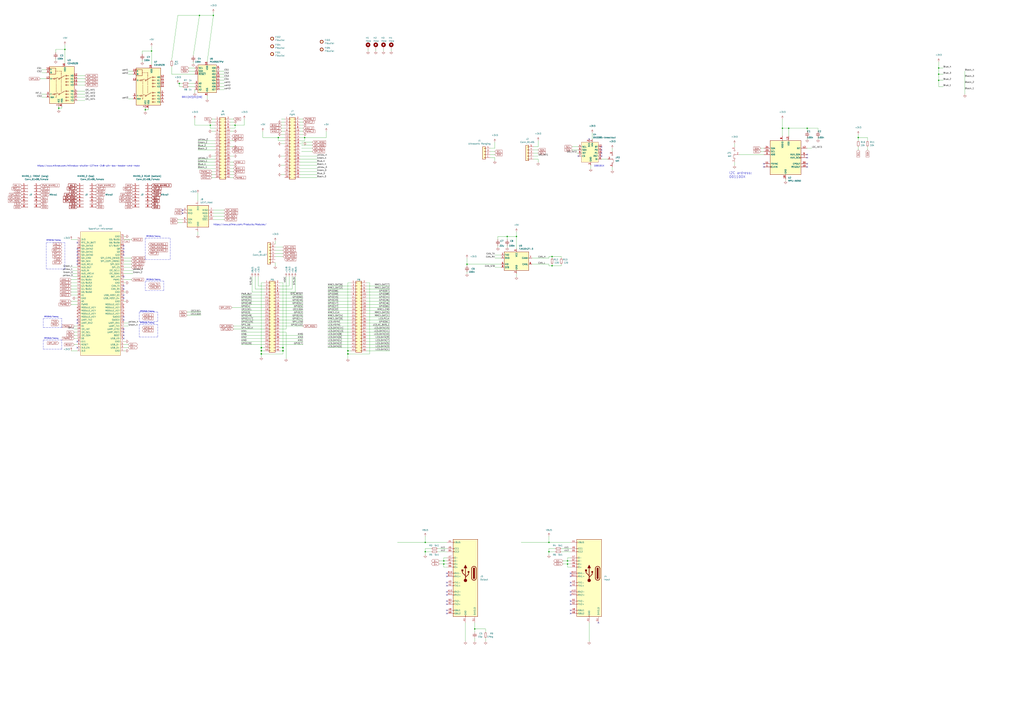
<source format=kicad_sch>
(kicad_sch (version 20211123) (generator eeschema)
  (paper "A1")
  (title_block (date "2023-02-18"))
  (junction (at 232.41 285.75) (diameter 1.016))
  (junction (at 232.41 288.29) (diameter 1.016))
  (junction (at 172.72 102.87))
  (junction (at 450.85 445.77))
  (junction (at 453.39 218.44))
  (junction (at 163.83 12.7))
  (junction (at 285.75 288.29) (diameter 1.016))
  (junction (at 364.49 461.01))
  (junction (at 450.85 453.39))
  (junction (at 53.34 40.64))
  (junction (at 383.54 217.17))
  (junction (at 349.25 445.77))
  (junction (at 119.38 90.17))
  (junction (at 466.09 463.55))
  (junction (at 424.18 194.31))
  (junction (at 193.04 102.87))
  (junction (at 364.49 463.55))
  (junction (at 453.39 210.82))
  (junction (at 770.89 60.96))
  (junction (at 389.89 516.89))
  (junction (at 228.6 113.03))
  (junction (at 416.56 194.31))
  (junction (at 466.09 461.01))
  (junction (at 214.63 290.83) (diameter 1.016))
  (junction (at 175.26 12.7))
  (junction (at 770.89 66.04))
  (junction (at 349.25 453.39))
  (junction (at 704.85 113.03))
  (junction (at 770.89 55.88))
  (junction (at 147.32 68.58))
  (junction (at 250.19 113.03))
  (junction (at 285.75 290.83) (diameter 1.016))
  (junction (at 214.63 288.29) (diameter 1.016))
  (junction (at 48.26 88.9))
  (junction (at 642.62 105.41))
  (junction (at 662.94 105.41))
  (junction (at 124.46 41.91))
  (junction (at 647.7 105.41))
  (junction (at 214.63 285.75) (diameter 1.016))
  (no_connect (at 149.86 175.26))
  (no_connect (at 101.6 237.49))
  (no_connect (at 367.03 471.17))
  (no_connect (at 662.94 134.62))
  (no_connect (at 474.98 128.27))
  (no_connect (at 101.6 260.35))
  (no_connect (at 101.6 227.33))
  (no_connect (at 367.03 496.57))
  (no_connect (at 627.38 134.62))
  (no_connect (at 149.86 172.72))
  (no_connect (at 63.5 280.67))
  (no_connect (at 662.94 127))
  (no_connect (at 468.63 481.33))
  (no_connect (at 468.63 486.41))
  (no_connect (at 367.03 494.03))
  (no_connect (at 494.03 120.65))
  (no_connect (at 101.6 245.11))
  (no_connect (at 63.5 199.39))
  (no_connect (at 63.5 209.55))
  (no_connect (at 494.03 123.19))
  (no_connect (at 367.03 481.33))
  (no_connect (at 367.03 488.95))
  (no_connect (at 468.63 504.19))
  (no_connect (at 468.63 471.17))
  (no_connect (at 662.94 129.54))
  (no_connect (at 468.63 496.57))
  (no_connect (at 63.5 212.09))
  (no_connect (at 101.6 273.05))
  (no_connect (at 468.63 494.03))
  (no_connect (at 101.6 270.51))
  (no_connect (at 101.6 234.95))
  (no_connect (at 101.6 275.59))
  (no_connect (at 63.5 207.01))
  (no_connect (at 468.63 473.71))
  (no_connect (at 101.6 207.01))
  (no_connect (at 491.49 511.81))
  (no_connect (at 367.03 478.79))
  (no_connect (at 63.5 217.17))
  (no_connect (at 63.5 214.63))
  (no_connect (at 101.6 201.93))
  (no_connect (at 367.03 504.19))
  (no_connect (at 101.6 242.57))
  (no_connect (at 468.63 488.95))
  (no_connect (at 627.38 137.16))
  (no_connect (at 101.6 204.47))
  (no_connect (at 494.03 128.27))
  (no_connect (at 367.03 486.41))
  (no_connect (at 494.03 125.73))
  (no_connect (at 101.6 262.89))
  (no_connect (at 101.6 278.13))
  (no_connect (at 63.5 285.75))
  (no_connect (at 662.94 137.16))
  (no_connect (at 63.5 204.47))
  (no_connect (at 63.5 262.89))
  (no_connect (at 468.63 501.65))
  (no_connect (at 468.63 478.79))
  (no_connect (at 101.6 209.55))
  (no_connect (at 367.03 473.71))
  (no_connect (at 483.87 114.3))
  (no_connect (at 63.5 265.43))
  (no_connect (at 367.03 501.65))
  (wire (pts (xy 198.12 283.21) (xy 217.17 283.21)))
  (polyline (pts (xy 119.38 195.58) (xy 119.38 213.36)))
  (wire (pts (xy 462.28 463.55) (xy 466.09 463.55)))
  (wire (pts (xy 231.14 102.87) (xy 233.68 102.87)))
  (wire (pts (xy 214.63 290.83) (xy 214.63 293.37)))
  (wire (pts (xy 58.42 242.57) (xy 63.5 242.57)))
  (wire (pts (xy 101.6 194.31) (xy 102.87 194.31)))
  (wire (pts (xy 441.96 130.81) (xy 441.96 133.35)))
  (wire (pts (xy 300.99 262.89) (xy 320.04 262.89)))
  (wire (pts (xy 300.99 234.95) (xy 320.04 234.95)))
  (wire (pts (xy 246.38 102.87) (xy 248.92 102.87)))
  (wire (pts (xy 662.94 114.3) (xy 662.94 113.03)))
  (wire (pts (xy 300.99 252.73) (xy 320.04 252.73)))
  (wire (pts (xy 53.34 40.64) (xy 53.34 52.07)))
  (wire (pts (xy 228.6 113.03) (xy 233.68 113.03)))
  (wire (pts (xy 198.12 242.57) (xy 217.17 242.57)))
  (wire (pts (xy 147.32 68.58) (xy 149.86 68.58)))
  (wire (pts (xy 406.4 127) (xy 402.59 127)))
  (wire (pts (xy 300.99 273.05) (xy 320.04 273.05)))
  (polyline (pts (xy 35.56 279.4) (xy 50.8 279.4)))
  (wire (pts (xy 349.25 450.85) (xy 354.33 450.85)))
  (wire (pts (xy 450.85 210.82) (xy 453.39 210.82)))
  (wire (pts (xy 406.4 209.55) (xy 411.48 209.55)))
  (wire (pts (xy 226.06 215.9) (xy 226.06 218.44)))
  (wire (pts (xy 63.5 273.05) (xy 60.96 273.05)))
  (wire (pts (xy 242.57 227.33) (xy 242.57 240.03)))
  (wire (pts (xy 105.41 58.42) (xy 109.22 58.42)))
  (wire (pts (xy 232.41 208.28) (xy 226.06 208.28)))
  (wire (pts (xy 105.41 265.43) (xy 101.6 265.43)))
  (wire (pts (xy 461.01 210.82) (xy 461.01 212.09)))
  (wire (pts (xy 704.85 110.49) (xy 704.85 113.03)))
  (wire (pts (xy 198.12 273.05) (xy 217.17 273.05)))
  (wire (pts (xy 300.99 257.81) (xy 320.04 257.81)))
  (polyline (pts (xy 53.34 220.98) (xy 53.34 199.39)))
  (wire (pts (xy 308.61 40.64) (xy 308.61 41.91)))
  (wire (pts (xy 229.87 247.65) (xy 248.92 247.65)))
  (wire (pts (xy 229.87 252.73) (xy 248.92 252.73)))
  (wire (pts (xy 246.38 118.11) (xy 248.92 118.11)))
  (wire (pts (xy 232.41 205.74) (xy 226.06 205.74)))
  (wire (pts (xy 269.24 234.95) (xy 288.29 234.95)))
  (wire (pts (xy 364.49 458.47) (xy 367.03 458.47)))
  (wire (pts (xy 229.87 255.27) (xy 248.92 255.27)))
  (wire (pts (xy 450.85 212.09) (xy 450.85 210.82)))
  (wire (pts (xy 645.16 147.32) (xy 645.16 148.59)))
  (wire (pts (xy 231.14 107.95) (xy 233.68 107.95)))
  (wire (pts (xy 170.18 78.74) (xy 170.18 81.28)))
  (wire (pts (xy 416.56 194.31) (xy 416.56 196.85)))
  (wire (pts (xy 416.56 194.31) (xy 424.18 194.31)))
  (wire (pts (xy 207.01 240.03) (xy 207.01 227.33)))
  (wire (pts (xy 60.96 270.51) (xy 63.5 270.51)))
  (wire (pts (xy 229.87 275.59) (xy 248.92 275.59)))
  (wire (pts (xy 450.85 455.93) (xy 450.85 453.39)))
  (wire (pts (xy 163.83 12.7) (xy 158.75 45.72)))
  (wire (pts (xy 214.63 232.41) (xy 214.63 285.75)))
  (wire (pts (xy 704.85 120.65) (xy 704.85 123.19)))
  (wire (pts (xy 189.23 105.41) (xy 193.04 105.41)))
  (polyline (pts (xy 129.54 276.86) (xy 129.54 266.7)))
  (wire (pts (xy 109.22 224.79) (xy 101.6 224.79)))
  (wire (pts (xy 269.24 275.59) (xy 288.29 275.59)))
  (wire (pts (xy 267.97 107.95) (xy 267.97 113.03)))
  (wire (pts (xy 364.49 458.47) (xy 364.49 461.01)))
  (wire (pts (xy 173.99 146.05) (xy 176.53 146.05)))
  (polyline (pts (xy 114.3 256.54) (xy 129.54 256.54)))
  (wire (pts (xy 360.68 463.55) (xy 364.49 463.55)))
  (wire (pts (xy 671.83 114.3) (xy 671.83 113.03)))
  (polyline (pts (xy 35.56 279.4) (xy 35.56 287.02)))
  (wire (pts (xy 485.14 135.89) (xy 485.14 138.43)))
  (wire (pts (xy 382.27 511.81) (xy 382.27 527.05)))
  (wire (pts (xy 121.92 88.9) (xy 121.92 90.17)))
  (wire (pts (xy 59.69 219.71) (xy 63.5 219.71)))
  (wire (pts (xy 59.69 224.79) (xy 63.5 224.79)))
  (wire (pts (xy 246.38 133.35) (xy 260.35 133.35)))
  (wire (pts (xy 246.38 146.05) (xy 260.35 146.05)))
  (polyline (pts (xy 119.38 231.14) (xy 119.38 238.76)))
  (wire (pts (xy 450.85 450.85) (xy 455.93 450.85)))
  (wire (pts (xy 189.23 107.95) (xy 191.77 107.95)))
  (wire (pts (xy 109.22 222.25) (xy 101.6 222.25)))
  (wire (pts (xy 140.97 49.53) (xy 146.05 12.7)))
  (wire (pts (xy 229.87 267.97) (xy 248.92 267.97)))
  (wire (pts (xy 45.72 48.26) (xy 45.72 49.53)))
  (wire (pts (xy 189.23 120.65) (xy 191.77 120.65)))
  (wire (pts (xy 354.33 453.39) (xy 349.25 453.39)))
  (wire (pts (xy 389.89 516.89) (xy 389.89 511.81)))
  (wire (pts (xy 233.68 115.57) (xy 228.6 115.57)))
  (wire (pts (xy 300.99 283.21) (xy 320.04 283.21)))
  (wire (pts (xy 146.05 180.34) (xy 149.86 180.34)))
  (wire (pts (xy 647.7 105.41) (xy 647.7 111.76)))
  (wire (pts (xy 285.75 232.41) (xy 288.29 232.41)))
  (wire (pts (xy 229.87 234.95) (xy 237.49 234.95)))
  (wire (pts (xy 256.54 121.92) (xy 247.65 121.92)))
  (wire (pts (xy 184.15 71.12) (xy 180.34 71.12)))
  (wire (pts (xy 438.15 128.27) (xy 441.96 128.27)))
  (wire (pts (xy 712.47 120.65) (xy 712.47 123.19)))
  (wire (pts (xy 662.94 105.41) (xy 671.83 105.41)))
  (polyline (pts (xy 35.56 287.02) (xy 50.8 287.02)))
  (wire (pts (xy 60.96 278.13) (xy 63.5 278.13)))
  (wire (pts (xy 256.54 116.84) (xy 247.65 116.84)))
  (wire (pts (xy 450.85 218.44) (xy 453.39 218.44)))
  (wire (pts (xy 269.24 255.27) (xy 288.29 255.27)))
  (wire (pts (xy 300.99 245.11) (xy 320.04 245.11)))
  (wire (pts (xy 116.84 49.53) (xy 116.84 50.8)))
  (wire (pts (xy 160.02 102.87) (xy 172.72 102.87)))
  (wire (pts (xy 229.87 278.13) (xy 248.92 278.13)))
  (wire (pts (xy 162.56 130.81) (xy 176.53 130.81)))
  (wire (pts (xy 303.53 232.41) (xy 303.53 290.83)))
  (wire (pts (xy 69.85 74.93) (xy 63.5 74.93)))
  (wire (pts (xy 607.06 127) (xy 627.38 127)))
  (wire (pts (xy 246.38 107.95) (xy 248.92 107.95)))
  (polyline (pts (xy 38.1 220.98) (xy 53.34 220.98)))
  (wire (pts (xy 642.62 97.79) (xy 642.62 105.41)))
  (wire (pts (xy 198.12 250.19) (xy 217.17 250.19)))
  (wire (pts (xy 302.26 40.64) (xy 302.26 41.91)))
  (wire (pts (xy 59.69 222.25) (xy 63.5 222.25)))
  (wire (pts (xy 198.12 278.13) (xy 217.17 278.13)))
  (wire (pts (xy 450.85 445.77) (xy 468.63 445.77)))
  (wire (pts (xy 229.87 257.81) (xy 248.92 257.81)))
  (wire (pts (xy 250.19 113.03) (xy 267.97 113.03)))
  (wire (pts (xy 770.89 50.8) (xy 770.89 55.88)))
  (wire (pts (xy 300.99 255.27) (xy 320.04 255.27)))
  (wire (pts (xy 360.68 461.01) (xy 364.49 461.01)))
  (wire (pts (xy 189.23 146.05) (xy 191.77 146.05)))
  (wire (pts (xy 406.4 124.46) (xy 402.59 124.46)))
  (wire (pts (xy 184.15 73.66) (xy 180.34 73.66)))
  (wire (pts (xy 246.38 97.79) (xy 248.92 97.79)))
  (wire (pts (xy 666.75 121.92) (xy 662.94 121.92)))
  (wire (pts (xy 436.88 217.17) (xy 450.85 217.17)))
  (wire (pts (xy 269.24 280.67) (xy 288.29 280.67)))
  (wire (pts (xy 172.72 105.41) (xy 172.72 102.87)))
  (wire (pts (xy 105.41 267.97) (xy 101.6 267.97)))
  (wire (pts (xy 285.75 290.83) (xy 303.53 290.83)))
  (polyline (pts (xy 119.38 213.36) (xy 139.7 213.36)))
  (wire (pts (xy 285.75 232.41) (xy 285.75 288.29)))
  (wire (pts (xy 198.12 257.81) (xy 217.17 257.81)))
  (wire (pts (xy 173.99 140.97) (xy 176.53 140.97)))
  (wire (pts (xy 234.95 227.33) (xy 234.95 270.51)))
  (wire (pts (xy 146.05 182.88) (xy 149.86 182.88)))
  (polyline (pts (xy 114.3 276.86) (xy 129.54 276.86)))
  (wire (pts (xy 176.53 128.27) (xy 173.99 128.27)))
  (wire (pts (xy 466.09 463.55) (xy 466.09 466.09)))
  (wire (pts (xy 69.85 64.77) (xy 63.5 64.77)))
  (wire (pts (xy 217.17 240.03) (xy 207.01 240.03)))
  (wire (pts (xy 34.29 77.47) (xy 38.1 77.47)))
  (wire (pts (xy 466.09 458.47) (xy 466.09 461.01)))
  (wire (pts (xy 642.62 105.41) (xy 642.62 111.76)))
  (wire (pts (xy 154.94 58.42) (xy 160.02 58.42)))
  (wire (pts (xy 175.26 10.16) (xy 175.26 12.7)))
  (wire (pts (xy 383.54 223.52) (xy 383.54 224.79)))
  (wire (pts (xy 246.38 143.51) (xy 260.35 143.51)))
  (wire (pts (xy 63.5 245.11) (xy 62.23 245.11)))
  (wire (pts (xy 48.26 88.9) (xy 50.8 88.9)))
  (wire (pts (xy 438.15 120.65) (xy 441.96 120.65)))
  (wire (pts (xy 450.85 440.69) (xy 450.85 445.77)))
  (wire (pts (xy 162.56 120.65) (xy 176.53 120.65)))
  (polyline (pts (xy 139.7 213.36) (xy 139.7 195.58)))
  (wire (pts (xy 321.31 40.64) (xy 321.31 41.91)))
  (wire (pts (xy 116.84 41.91) (xy 124.46 41.91)))
  (wire (pts (xy 642.62 105.41) (xy 647.7 105.41)))
  (wire (pts (xy 603.25 133.35) (xy 603.25 135.89)))
  (wire (pts (xy 232.41 288.29) (xy 232.41 290.83)))
  (polyline (pts (xy 119.38 238.76) (xy 134.62 238.76)))
  (wire (pts (xy 359.41 453.39) (xy 367.03 453.39)))
  (wire (pts (xy 214.63 288.29) (xy 217.17 288.29)))
  (wire (pts (xy 462.28 461.01) (xy 466.09 461.01)))
  (wire (pts (xy 146.05 12.7) (xy 163.83 12.7)))
  (wire (pts (xy 162.56 123.19) (xy 176.53 123.19)))
  (polyline (pts (xy 129.54 264.16) (xy 129.54 256.54)))
  (wire (pts (xy 269.24 247.65) (xy 288.29 247.65)))
  (wire (pts (xy 162.56 138.43) (xy 176.53 138.43)))
  (wire (pts (xy 232.41 285.75) (xy 232.41 288.29)))
  (wire (pts (xy 58.42 234.95) (xy 63.5 234.95)))
  (wire (pts (xy 246.38 138.43) (xy 260.35 138.43)))
  (wire (pts (xy 383.54 217.17) (xy 383.54 218.44)))
  (wire (pts (xy 184.15 172.72) (xy 175.26 172.72)))
  (wire (pts (xy 107.95 214.63) (xy 101.6 214.63)))
  (wire (pts (xy 191.77 270.51) (xy 217.17 270.51)))
  (wire (pts (xy 69.85 82.55) (xy 63.5 82.55)))
  (wire (pts (xy 300.99 240.03) (xy 320.04 240.03)))
  (wire (pts (xy 364.49 461.01) (xy 367.03 461.01)))
  (wire (pts (xy 256.54 124.46) (xy 247.65 124.46)))
  (wire (pts (xy 383.54 212.09) (xy 383.54 217.17)))
  (wire (pts (xy 389.89 524.51) (xy 389.89 527.05)))
  (wire (pts (xy 172.72 102.87) (xy 176.53 102.87)))
  (wire (pts (xy 383.54 217.17) (xy 411.48 217.17)))
  (wire (pts (xy 229.87 232.41) (xy 232.41 232.41)))
  (wire (pts (xy 300.99 260.35) (xy 320.04 260.35)))
  (wire (pts (xy 326.39 445.77) (xy 349.25 445.77)))
  (wire (pts (xy 424.18 190.5) (xy 424.18 194.31)))
  (wire (pts (xy 770.89 66.04) (xy 774.7 66.04)))
  (wire (pts (xy 189.23 143.51) (xy 191.77 143.51)))
  (wire (pts (xy 173.99 143.51) (xy 176.53 143.51)))
  (wire (pts (xy 176.53 105.41) (xy 172.72 105.41)))
  (wire (pts (xy 269.24 245.11) (xy 288.29 245.11)))
  (wire (pts (xy 234.95 273.05) (xy 234.95 294.64)))
  (wire (pts (xy 191.77 267.97) (xy 217.17 267.97)))
  (wire (pts (xy 58.42 250.19) (xy 63.5 250.19)))
  (wire (pts (xy 300.99 237.49) (xy 320.04 237.49)))
  (wire (pts (xy 198.12 262.89) (xy 217.17 262.89)))
  (polyline (pts (xy 114.3 266.7) (xy 129.54 266.7)))
  (wire (pts (xy 198.12 255.27) (xy 217.17 255.27)))
  (wire (pts (xy 453.39 210.82) (xy 453.39 212.09)))
  (wire (pts (xy 217.17 234.95) (xy 212.09 234.95)))
  (wire (pts (xy 246.38 105.41) (xy 248.92 105.41)))
  (wire (pts (xy 191.77 133.35) (xy 189.23 133.35)))
  (wire (pts (xy 190.5 252.73) (xy 217.17 252.73)))
  (wire (pts (xy 502.92 137.16) (xy 502.92 139.7)))
  (wire (pts (xy 105.41 285.75) (xy 101.6 285.75)))
  (wire (pts (xy 269.24 257.81) (xy 288.29 257.81)))
  (wire (pts (xy 406.4 129.54) (xy 406.4 132.08)))
  (wire (pts (xy 189.23 115.57) (xy 191.77 115.57)))
  (wire (pts (xy 269.24 252.73) (xy 288.29 252.73)))
  (wire (pts (xy 189.23 97.79) (xy 191.77 97.79)))
  (wire (pts (xy 233.68 118.11) (xy 231.14 118.11)))
  (wire (pts (xy 217.17 232.41) (xy 214.63 232.41)))
  (wire (pts (xy 269.24 250.19) (xy 288.29 250.19)))
  (wire (pts (xy 162.56 158.75) (xy 162.56 165.1)))
  (wire (pts (xy 232.41 232.41) (xy 232.41 285.75)))
  (wire (pts (xy 107.95 217.17) (xy 101.6 217.17)))
  (wire (pts (xy 246.38 115.57) (xy 250.19 115.57)))
  (wire (pts (xy 349.25 453.39) (xy 349.25 450.85)))
  (wire (pts (xy 424.18 224.79) (xy 424.18 227.33)))
  (wire (pts (xy 502.92 121.92) (xy 502.92 124.46)))
  (wire (pts (xy 424.18 194.31) (xy 424.18 204.47)))
  (wire (pts (xy 69.85 69.85) (xy 63.5 69.85)))
  (wire (pts (xy 300.99 267.97) (xy 320.04 267.97)))
  (wire (pts (xy 627.38 124.46) (xy 624.84 124.46)))
  (wire (pts (xy 389.89 516.89) (xy 398.78 516.89)))
  (wire (pts (xy 160.02 73.66) (xy 160.02 76.2)))
  (wire (pts (xy 246.38 128.27) (xy 260.35 128.27)))
  (wire (pts (xy 229.87 270.51) (xy 234.95 270.51)))
  (wire (pts (xy 770.89 60.96) (xy 774.7 60.96)))
  (wire (pts (xy 408.94 203.2) (xy 408.94 201.93)))
  (wire (pts (xy 212.09 234.95) (xy 212.09 227.33)))
  (wire (pts (xy 176.53 107.95) (xy 173.99 107.95)))
  (wire (pts (xy 184.15 60.96) (xy 180.34 60.96)))
  (wire (pts (xy 453.39 218.44) (xy 453.39 217.17)))
  (wire (pts (xy 427.99 445.77) (xy 450.85 445.77)))
  (wire (pts (xy 285.75 288.29) (xy 285.75 290.83)))
  (wire (pts (xy 704.85 113.03) (xy 704.85 115.57)))
  (wire (pts (xy 162.56 135.89) (xy 176.53 135.89)))
  (wire (pts (xy 398.78 516.89) (xy 398.78 519.43)))
  (wire (pts (xy 398.78 524.51) (xy 398.78 527.05)))
  (wire (pts (xy 154.94 55.88) (xy 160.02 55.88)))
  (wire (pts (xy 406.4 212.09) (xy 411.48 212.09)))
  (wire (pts (xy 246.38 113.03) (xy 250.19 113.03)))
  (wire (pts (xy 466.09 461.01) (xy 468.63 461.01)))
  (wire (pts (xy 441.96 115.57) (xy 441.96 120.65)))
  (wire (pts (xy 770.89 55.88) (xy 774.7 55.88)))
  (polyline (pts (xy 119.38 231.14) (xy 134.62 231.14)))
  (wire (pts (xy 349.25 445.77) (xy 367.03 445.77)))
  (wire (pts (xy 229.87 240.03) (xy 242.57 240.03)))
  (wire (pts (xy 406.4 219.71) (xy 411.48 219.71)))
  (wire (pts (xy 461.01 450.85) (xy 468.63 450.85)))
  (wire (pts (xy 438.15 125.73) (xy 441.96 125.73)))
  (wire (pts (xy 105.41 60.96) (xy 109.22 60.96)))
  (wire (pts (xy 438.15 123.19) (xy 441.96 123.19)))
  (wire (pts (xy 69.85 62.23) (xy 63.5 62.23)))
  (wire (pts (xy 229.87 260.35) (xy 248.92 260.35)))
  (wire (pts (xy 231.14 105.41) (xy 233.68 105.41)))
  (wire (pts (xy 285.75 290.83) (xy 285.75 294.64)))
  (wire (pts (xy 486.41 109.22) (xy 486.41 114.3)))
  (wire (pts (xy 233.68 135.89) (xy 231.14 135.89)))
  (wire (pts (xy 184.15 68.58) (xy 180.34 68.58)))
  (wire (pts (xy 53.34 36.83) (xy 53.34 40.64)))
  (wire (pts (xy 229.87 285.75) (xy 232.41 285.75)))
  (wire (pts (xy 153.67 259.08) (xy 165.1 259.08)))
  (wire (pts (xy 184.15 180.34) (xy 175.26 180.34)))
  (wire (pts (xy 461.01 453.39) (xy 468.63 453.39)))
  (polyline (pts (xy 134.62 238.76) (xy 134.62 231.14)))
  (wire (pts (xy 364.49 463.55) (xy 364.49 466.09)))
  (wire (pts (xy 162.56 118.11) (xy 176.53 118.11)))
  (wire (pts (xy 671.83 105.41) (xy 671.83 107.95)))
  (wire (pts (xy 107.95 229.87) (xy 101.6 229.87)))
  (wire (pts (xy 712.47 115.57) (xy 712.47 113.03)))
  (wire (pts (xy 246.38 110.49) (xy 248.92 110.49)))
  (wire (pts (xy 792.48 58.42) (xy 792.48 77.47)))
  (wire (pts (xy 58.42 232.41) (xy 63.5 232.41)))
  (wire (pts (xy 229.87 283.21) (xy 248.92 283.21)))
  (wire (pts (xy 119.38 90.17) (xy 119.38 91.44)))
  (wire (pts (xy 233.68 128.27) (xy 231.14 128.27)))
  (wire (pts (xy 124.46 41.91) (xy 124.46 53.34)))
  (wire (pts (xy 193.04 102.87) (xy 200.66 102.87)))
  (wire (pts (xy 58.42 247.65) (xy 63.5 247.65)))
  (wire (pts (xy 229.87 250.19) (xy 248.92 250.19)))
  (wire (pts (xy 189.23 128.27) (xy 191.77 128.27)))
  (wire (pts (xy 269.24 283.21) (xy 288.29 283.21)))
  (wire (pts (xy 101.6 247.65) (xy 102.87 247.65)))
  (wire (pts (xy 184.15 175.26) (xy 175.26 175.26)))
  (wire (pts (xy 288.29 288.29) (xy 285.75 288.29)))
  (wire (pts (xy 107.95 219.71) (xy 101.6 219.71)))
  (wire (pts (xy 237.49 234.95) (xy 237.49 227.33)))
  (wire (pts (xy 189.23 140.97) (xy 191.77 140.97)))
  (wire (pts (xy 231.14 97.79) (xy 233.68 97.79)))
  (wire (pts (xy 229.87 280.67) (xy 248.92 280.67)))
  (wire (pts (xy 269.24 270.51) (xy 288.29 270.51)))
  (wire (pts (xy 473.71 125.73) (xy 474.98 125.73)))
  (wire (pts (xy 116.84 41.91) (xy 116.84 44.45)))
  (wire (pts (xy 269.24 237.49) (xy 288.29 237.49)))
  (wire (pts (xy 466.09 466.09) (xy 468.63 466.09)))
  (wire (pts (xy 45.72 40.64) (xy 45.72 43.18)))
  (wire (pts (xy 153.67 256.54) (xy 165.1 256.54)))
  (wire (pts (xy 499.11 130.81) (xy 494.03 130.81)))
  (wire (pts (xy 269.24 240.03) (xy 288.29 240.03)))
  (wire (pts (xy 34.29 80.01) (xy 38.1 80.01)))
  (wire (pts (xy 229.87 262.89) (xy 248.92 262.89)))
  (wire (pts (xy 246.38 140.97) (xy 260.35 140.97)))
  (polyline (pts (xy 35.56 269.24) (xy 50.8 269.24)))
  (wire (pts (xy 770.89 71.12) (xy 774.7 71.12)))
  (wire (pts (xy 69.85 80.01) (xy 63.5 80.01)))
  (wire (pts (xy 162.56 115.57) (xy 176.53 115.57)))
  (wire (pts (xy 58.42 288.29) (xy 63.5 288.29)))
  (wire (pts (xy 193.04 105.41) (xy 193.04 102.87)))
  (wire (pts (xy 48.26 88.9) (xy 48.26 90.17)))
  (wire (pts (xy 461.01 218.44) (xy 461.01 217.17)))
  (wire (pts (xy 246.38 130.81) (xy 260.35 130.81)))
  (wire (pts (xy 300.99 288.29) (xy 320.04 288.29)))
  (wire (pts (xy 300.99 265.43) (xy 320.04 265.43)))
  (wire (pts (xy 198.12 245.11) (xy 217.17 245.11)))
  (wire (pts (xy 147.32 71.12) (xy 147.32 68.58)))
  (wire (pts (xy 359.41 450.85) (xy 367.03 450.85)))
  (wire (pts (xy 140.97 60.96) (xy 140.97 54.61)))
  (wire (pts (xy 214.63 290.83) (xy 214.63 288.29)))
  (wire (pts (xy 189.23 100.33) (xy 191.77 100.33)))
  (polyline (pts (xy 114.3 266.7) (xy 114.3 276.86)))
  (wire (pts (xy 466.09 463.55) (xy 468.63 463.55)))
  (wire (pts (xy 269.24 278.13) (xy 288.29 278.13)))
  (wire (pts (xy 406.4 116.84) (xy 406.4 121.92)))
  (wire (pts (xy 231.14 100.33) (xy 233.68 100.33)))
  (wire (pts (xy 175.26 12.7) (xy 170.18 50.8)))
  (wire (pts (xy 217.17 237.49) (xy 209.55 237.49)))
  (wire (pts (xy 34.29 59.69) (xy 38.1 59.69)))
  (wire (pts (xy 198.12 265.43) (xy 217.17 265.43)))
  (wire (pts (xy 229.87 273.05) (xy 234.95 273.05)))
  (polyline (pts (xy 38.1 199.39) (xy 38.1 220.98)))
  (wire (pts (xy 184.15 177.8) (xy 175.26 177.8)))
  (wire (pts (xy 69.85 77.47) (xy 63.5 77.47)))
  (wire (pts (xy 58.42 237.49) (xy 63.5 237.49)))
  (wire (pts (xy 189.23 135.89) (xy 191.77 135.89)))
  (wire (pts (xy 647.7 105.41) (xy 662.94 105.41)))
  (wire (pts (xy 232.41 210.82) (xy 226.06 210.82)))
  (wire (pts (xy 300.99 270.51) (xy 320.04 270.51)))
  (wire (pts (xy 627.38 121.92) (xy 624.84 121.92)))
  (wire (pts (xy 160.02 60.96) (xy 140.97 60.96)))
  (wire (pts (xy 229.87 288.29) (xy 232.41 288.29)))
  (wire (pts (xy 450.85 217.17) (xy 450.85 218.44)))
  (wire (pts (xy 154.94 71.12) (xy 160.02 71.12)))
  (wire (pts (xy 712.47 113.03) (xy 704.85 113.03)))
  (wire (pts (xy 269.24 260.35) (xy 288.29 260.35)))
  (wire (pts (xy 300.99 250.19) (xy 320.04 250.19)))
  (wire (pts (xy 101.6 240.03) (xy 102.87 240.03)))
  (wire (pts (xy 184.15 58.42) (xy 180.34 58.42)))
  (wire (pts (xy 226.06 198.12) (xy 226.06 200.66)))
  (wire (pts (xy 300.99 242.57) (xy 320.04 242.57)))
  (wire (pts (xy 300.99 280.67) (xy 320.04 280.67)))
  (wire (pts (xy 229.87 245.11) (xy 248.92 245.11)))
  (wire (pts (xy 364.49 463.55) (xy 367.03 463.55)))
  (wire (pts (xy 450.85 453.39) (xy 450.85 450.85)))
  (wire (pts (xy 770.89 60.96) (xy 770.89 66.04)))
  (polyline (pts (xy 35.56 261.62) (xy 50.8 261.62)))
  (wire (pts (xy 269.24 242.57) (xy 288.29 242.57)))
  (wire (pts (xy 119.38 90.17) (xy 121.92 90.17)))
  (wire (pts (xy 198.12 280.67) (xy 217.17 280.67)))
  (wire (pts (xy 215.9 107.95) (xy 215.9 113.03)))
  (wire (pts (xy 69.85 67.31) (xy 63.5 67.31)))
  (wire (pts (xy 149.86 71.12) (xy 147.32 71.12)))
  (wire (pts (xy 483.87 511.81) (xy 483.87 527.05)))
  (wire (pts (xy 200.66 97.79) (xy 200.66 102.87)))
  (polyline (pts (xy 50.8 269.24) (xy 50.8 261.62)))
  (wire (pts (xy 198.12 275.59) (xy 217.17 275.59)))
  (wire (pts (xy 603.25 118.11) (xy 603.25 120.65)))
  (wire (pts (xy 162.56 133.35) (xy 176.53 133.35)))
  (wire (pts (xy 455.93 453.39) (xy 450.85 453.39)))
  (wire (pts (xy 146.05 68.58) (xy 147.32 68.58)))
  (wire (pts (xy 33.02 64.77) (xy 38.1 64.77)))
  (wire (pts (xy 158.75 50.8) (xy 158.75 52.07)))
  (wire (pts (xy 269.24 267.97) (xy 288.29 267.97)))
  (wire (pts (xy 416.56 201.93) (xy 416.56 203.2)))
  (wire (pts (xy 662.94 105.41) (xy 662.94 107.95)))
  (wire (pts (xy 105.41 283.21) (xy 101.6 283.21)))
  (wire (pts (xy 60.96 267.97) (xy 63.5 267.97)))
  (wire (pts (xy 58.42 240.03) (xy 63.5 240.03)))
  (wire (pts (xy 256.54 119.38) (xy 247.65 119.38)))
  (polyline (pts (xy 114.3 256.54) (xy 114.3 264.16)))
  (wire (pts (xy 59.69 227.33) (xy 63.5 227.33)))
  (wire (pts (xy 176.53 100.33) (xy 173.99 100.33)))
  (wire (pts (xy 453.39 210.82) (xy 461.01 210.82)))
  (wire (pts (xy 184.15 66.04) (xy 180.34 66.04)))
  (wire (pts (xy 215.9 113.03) (xy 228.6 113.03)))
  (wire (pts (xy 436.88 212.09) (xy 450.85 212.09)))
  (wire (pts (xy 300.99 278.13) (xy 320.04 278.13)))
  (wire (pts (xy 402.59 121.92) (xy 406.4 121.92)))
  (wire (pts (xy 269.24 273.05) (xy 288.29 273.05)))
  (wire (pts (xy 300.99 232.41) (xy 303.53 232.41)))
  (wire (pts (xy 154.94 68.58) (xy 160.02 68.58)))
  (wire (pts (xy 770.89 66.04) (xy 770.89 71.12)))
  (wire (pts (xy 189.23 102.87) (xy 193.04 102.87)))
  (wire (pts (xy 60.96 283.21) (xy 63.5 283.21)))
  (wire (pts (xy 63.5 275.59) (xy 60.96 275.59)))
  (wire (pts (xy 209.55 237.49) (xy 209.55 227.33)))
  (wire (pts (xy 162.56 190.5) (xy 162.56 193.04)))
  (wire (pts (xy 441.96 130.81) (xy 438.15 130.81)))
  (wire (pts (xy 250.19 115.57) (xy 250.19 113.03)))
  (wire (pts (xy 246.38 100.33) (xy 248.92 100.33)))
  (wire (pts (xy 119.38 88.9) (xy 119.38 90.17)))
  (wire (pts (xy 300.99 247.65) (xy 320.04 247.65)))
  (wire (pts (xy 770.89 55.88) (xy 770.89 60.96)))
  (polyline (pts (xy 35.56 261.62) (xy 35.56 269.24)))
  (wire (pts (xy 214.63 288.29) (xy 214.63 285.75)))
  (wire (pts (xy 124.46 38.1) (xy 124.46 41.91)))
  (wire (pts (xy 58.42 229.87) (xy 63.5 229.87)))
  (polyline (pts (xy 119.38 195.58) (xy 139.7 195.58)))
  (wire (pts (xy 233.68 110.49) (xy 231.14 110.49)))
  (wire (pts (xy 176.53 97.79) (xy 173.99 97.79)))
  (wire (pts (xy 246.38 135.89) (xy 260.35 135.89)))
  (wire (pts (xy 229.87 237.49) (xy 240.03 237.49)))
  (wire (pts (xy 198.12 260.35) (xy 217.17 260.35)))
  (wire (pts (xy 160.02 97.79) (xy 160.02 102.87)))
  (wire (pts (xy 45.72 40.64) (xy 53.34 40.64)))
  (wire (pts (xy 229.87 265.43) (xy 248.92 265.43)))
  (wire (pts (xy 469.9 123.19) (xy 474.98 123.19)))
  (wire (pts (xy 349.25 440.69) (xy 349.25 445.77)))
  (polyline (pts (xy 38.1 199.39) (xy 53.34 199.39)))
  (wire (pts (xy 48.26 87.63) (xy 48.26 88.9)))
  (wire (pts (xy 469.9 120.65) (xy 474.98 120.65)))
  (polyline (pts (xy 50.8 287.02) (xy 50.8 279.4)))
  (wire (pts (xy 105.41 81.28) (xy 109.22 81.28)))
  (wire (pts (xy 229.87 242.57) (xy 248.92 242.57)))
  (wire (pts (xy 163.83 12.7) (xy 175.26 12.7)))
  (wire (pts (xy 107.95 196.85) (xy 101.6 196.85)))
  (wire (pts (xy 389.89 516.89) (xy 389.89 519.43)))
  (wire (pts (xy 232.41 203.2) (xy 226.06 203.2)))
  (wire (pts (xy 233.68 143.51) (xy 231.14 143.51)))
  (wire (pts (xy 214.63 285.75) (xy 217.17 285.75)))
  (wire (pts (xy 50.8 87.63) (xy 50.8 88.9)))
  (wire (pts (xy 101.6 280.67) (xy 102.87 280.67)))
  (wire (pts (xy 228.6 115.57) (xy 228.6 113.03)))
  (wire (pts (xy 453.39 218.44) (xy 461.01 218.44)))
  (wire (pts (xy 58.42 196.85) (xy 63.5 196.85)))
  (wire (pts (xy 408.94 194.31) (xy 408.94 196.85)))
  (wire (pts (xy 107.95 212.09) (xy 101.6 212.09)))
  (wire (pts (xy 300.99 275.59) (xy 320.04 275.59)))
  (wire (pts (xy 408.94 194.31) (xy 416.56 194.31)))
  (wire (pts (xy 184.15 63.5) (xy 180.34 63.5)))
  (wire (pts (xy 269.24 262.89) (xy 288.29 262.89)))
  (wire (pts (xy 34.29 57.15) (xy 38.1 57.15)))
  (polyline (pts (xy 114.3 264.16) (xy 129.54 264.16)))
  (wire (pts (xy 189.23 138.43) (xy 191.77 138.43)))
  (wire (pts (xy 269.24 265.43) (xy 288.29 265.43)))
  (wire (pts (xy 314.96 40.64) (xy 314.96 41.91)))
  (wire (pts (xy 240.03 237.49) (xy 240.03 227.33)))
  (wire (pts (xy 300.99 285.75) (xy 320.04 285.75)))
  (wire (pts (xy 466.09 458.47) (xy 468.63 458.47)))
  (wire (pts (xy 406.4 129.54) (xy 402.59 129.54)))
  (wire (pts (xy 364.49 466.09) (xy 367.03 466.09)))
  (wire (pts (xy 198.12 247.65) (xy 217.17 247.65)))
  (wire (pts (xy 214.63 290.83) (xy 232.41 290.83)))
  (wire (pts (xy 349.25 455.93) (xy 349.25 453.39)))
  (wire (pts (xy 101.6 232.41) (xy 102.87 232.41)))
  (wire (pts (xy 269.24 285.75) (xy 288.29 285.75)))
  (wire (pts (xy 101.6 288.29) (xy 102.87 288.29)))
  (text "I2C ardress:\n001100X" (at 598.805 146.685 0) (effects (font (size 2 2)) (justify left bottom)))
  (text "RP2040/Teensy" (at 127 256.54 180) (effects (font (size 1 1)) (justify right bottom)))
  (text "100101X" (at 487.68 137.16 0) (effects (font (size 1.27 1.27)) (justify left bottom)))
  (text "RP2040/Teensy" (at 120.015 194.945 0) (effects (font (size 1 1)) (justify left bottom)))
  (text "RP2040/Teensy" (at 36.195 278.765 0) (effects (font (size 1 1)) (justify left bottom)))
  (text "RP2040/Teensy" (at 120.015 230.505 0) (effects (font (size 1 1)) (justify left bottom)))
  (text "0011[A2][A1][A0]" (at 149.225 80.645 0) (effects (font (size 1.27 1.27)) (justify left bottom)))
  (text "https://www.mikroe.com/mikrobus-shuttle-127mm-2x8-pin-box-header-smd-male" (at 30.48 137.16 0) (effects (font (size 1.27 1.27)) (justify left bottom)))
  (text "RP2040/Teensy" (at 114.935 266.065 0) (effects (font (size 1 1)) (justify left bottom)))
  (text "RP2040/Teensy" (at 38.1 198.12 0) (effects (font (size 1 1)) (justify left bottom)))
  (text "https://www.olimex.com/Products/Modules/" (at 175.26 185.42 0) (effects (font (size 1.27 1.27)) (justify left bottom)))
  (text "RP2040/Teensy" (at 36.195 260.985 0) (effects (font (size 1 1)) (justify left bottom)))
  (label "uart1" (at 184.15 68.58 0))
  (label "GPIO[5]" (at 248.92 252.73 180))
  (label "GPIO[7]" (at 248.92 283.21 180))
  (label "GPIO[15]" (at 248.92 260.35 180))
  (label "LCD.DATA[4]" (at 269.24 280.67 0))
  (label "Blue_3" (at 774.7 60.96 0))
  (label "cc2" (at 463.55 453.39 0))
  (label "LCD.DATA[8]" (at 269.24 275.59 0))
  (label "yellow_3" (at 260.35 138.43 0))
  (label "CAN_L" (at 441.96 217.17 0))
  (label "Blue_4" (at 774.7 55.88 0))
  (label "GPIO[4]" (at 198.12 252.73 0))
  (label "GPIO[20]" (at 198.12 283.21 0))
  (label "MMC1.DAT[4]" (at 269.24 260.35 0))
  (label "uart3" (at 105.41 81.28 180))
  (label "CAN_H" (at 441.96 212.09 0))
  (label "Black_2" (at 792.48 68.58 0))
  (label "cc1" (at 463.55 450.85 0))
  (label "INT_1" (at 60.96 270.51 180))
  (label "Black_3" (at 792.48 63.5 0))
  (label "I2C_INT4" (at 69.85 82.55 0))
  (label "I2C_INT2" (at 69.85 77.47 0))
  (label "LCD.VSYNC" (at 269.24 265.43 0))
  (label "LCD.AC_BIAS_E" (at 320.04 267.97 180))
  (label "yellow_1" (at 59.69 222.25 180))
  (label "yellow_2" (at 162.56 115.57 0))
  (label "~{SYS_RESET}" (at 248.92 242.57 180))
  (label "LCD.DATA[6]" (at 269.24 278.13 0))
  (label "uart3" (at 184.15 73.66 0))
  (label "LCD.DATA[14]" (at 269.24 270.51 0))
  (label "VADC" (at 234.95 227.33 270))
  (label "GPIO[68]" (at 320.04 242.57 180))
  (label "GPIO[2]" (at 248.92 257.81 180))
  (label "MMC1.DAT[0]" (at 269.24 262.89 0))
  (label "LCD.DATA[0]" (at 269.24 285.75 0))
  (label "AIN5" (at 248.92 275.59 180))
  (label "uart2" (at 105.41 60.96 180))
  (label "cc2" (at 361.95 453.39 0))
  (label "GPIO[14]" (at 248.92 262.89 180))
  (label "Green_2" (at 109.22 224.79 0))
  (label "Blue_1" (at 774.7 71.12 0))
  (label "SPI1.CS0" (at 248.92 265.43 180))
  (label "GPIO[51]" (at 248.92 250.19 180))
  (label "CS1" (at 34.29 57.15 180))
  (label "PWR_BUT" (at 198.12 242.57 0))
  (label "CS2" (at 34.29 59.69 180))
  (label "I2C_INT3" (at 666.75 121.92 0))
  (label "Blue_2" (at 774.7 66.04 0))
  (label "LCD.DATA[7]" (at 320.04 280.67 180))
  (label "MMC1.DAT[6]" (at 269.24 234.95 0))
  (label "LCD.DATA[10]" (at 320.04 275.59 180))
  (label "AIN1" (at 248.92 280.67 180))
  (label "GPIO[45]" (at 269.24 245.11 0))
  (label "AIN0" (at 198.12 280.67 0))
  (label "AIN3" (at 248.92 278.13 180))
  (label "Black_1" (at 162.56 138.43 0))
  (label "LCD.DATA[13]" (at 269.24 273.05 0))
  (label "AIN2" (at 198.12 278.13 0))
  (label "GPIO[61]" (at 320.04 265.43 180))
  (label "Black_1" (at 792.48 73.66 0))
  (label "Blue_4" (at 260.35 133.35 0))
  (label "LCD.DATA[11]" (at 320.04 273.05 180))
  (label "SPI1.D0" (at 198.12 267.97 0))
  (label "MMC1.DAT[7]" (at 320.04 234.95 180))
  (label "GPIO[65]" (at 320.04 252.73 180))
  (label "I2C2.SDA" (at 165.1 259.08 180))
  (label "yellow_2" (at 109.22 222.25 0))
  (label "Blue_3" (at 260.35 143.51 0))
  (label "yellow_3" (at 59.69 227.33 180))
  (label "GPIO[117]" (at 198.12 262.89 0))
  (label "AIN6" (at 198.12 275.59 0))
  (label "uart1" (at 105.41 58.42 180))
  (label "CAN_STB" (at 406.4 219.71 180))
  (label "I2C_INT2" (at 473.71 125.73 180))
  (label "Green_1" (at 162.56 133.35 0))
  (label "MMC1.DAT[2]" (at 269.24 237.49 0))
  (label "SYS_5V" (at 207.01 227.33 270))
  (label "Green_2" (at 162.56 118.11 0))
  (label "GPIO[22]" (at 269.24 255.27 0))
  (label "LCD.DATA[1]" (at 320.04 288.29 180))
  (label "I2C_INT3" (at 69.85 80.01 0))
  (label "CAN_RX" (at 406.4 212.09 180))
  (label "MMC1.CLK" (at 269.24 257.81 0))
  (label "I2C_INT1" (at 441.96 128.27 0))
  (label "GPIO[3]" (at 198.12 257.81 0))
  (label "CS2" (at 184.15 60.96 0))
  (label "I2C2.SDA" (at 248.92 255.27 180))
  (label "GPIO[40]" (at 248.92 247.65 180))
  (label "MMC1.DAT[5]" (at 320.04 257.81 180))
  (label "GPIO[31]" (at 198.12 247.65 0))
  (label "GPIO[47]" (at 269.24 250.19 0))
  (label "GPIO[125]" (at 198.12 265.43 0))
  (label "GPIO[48]" (at 198.12 250.19 0))
  (label "GPIO[66]" (at 269.24 240.03 0))
  (label "LCD.DATA[3]" (at 320.04 285.75 180))
  (label "Green_1" (at 59.69 219.71 180))
  (label "GPIO[69]" (at 269.24 242.57 0))
  (label "LCD.HSYNC" (at 269.24 267.97 0))
  (label "CS3" (at 184.15 63.5 0))
  (label "INT_1" (at 34.29 77.47 180))
  (label "uart2" (at 184.15 71.12 0))
  (label "LCD.DATA[5]" (at 320.04 283.21 180))
  (label "Green_3" (at 59.69 224.79 180))
  (label "GPIO[46]" (at 320.04 250.19 180))
  (label "Green_4" (at 260.35 130.81 0))
  (label "cc1" (at 361.95 450.85 0))
  (label "CS3" (at 34.29 80.01 180))
  (label "CS4" (at 184.15 66.04 0))
  (label "GPIO[67]" (at 320.04 240.03 180))
  (label "GPIO[27]" (at 269.24 252.73 0))
  (label "GPIO[23]" (at 269.24 247.65 0))
  (label "AIN4" (at 198.12 273.05 0))
  (label "CAN_TX" (at 406.4 209.55 180))
  (label "Blue_1" (at 162.56 135.89 0))
  (label "LCD.DATA[15]" (at 320.04 270.51 180))
  (label "yellow_4" (at 105.41 265.43 0))
  (label "MMC1.DAT[3]" (at 320.04 237.49 180))
  (label "LCD.PCLK" (at 320.04 262.89 180))
  (label "GPIO[49]" (at 198.12 260.35 0))
  (label "GPIO[30]" (at 198.12 245.11 0))
  (label "Green_3" (at 260.35 140.97 0))
  (label "Black_4" (at 792.48 58.42 0))
  (label "GPIO[60]" (at 248.92 245.11 180))
  (label "MMC1.DAT[1]" (at 320.04 260.35 180))
  (label "Black_3" (at 260.35 146.05 0))
  (label "MMC1.CMD" (at 320.04 255.27 180))
  (label "I2C2.SCL" (at 165.1 256.54 180))
  (label "I2C_INT1" (at 69.85 74.93 0))
  (label "LCD.DATA[9]" (at 320.04 278.13 180))
  (label "SPI1.SCLK" (at 198.12 270.51 0))
  (label "Black_4" (at 260.35 135.89 0))
  (label "yellow_1" (at 162.56 130.81 0))
  (label "yellow_4" (at 260.35 128.27 0))
  (label "GPIO[122]" (at 248.92 267.97 180))
  (label "SYS_5V" (at 242.57 227.33 270))
  (label "Blue_2" (at 162.56 120.65 0))
  (label "I2C2.SCL" (at 198.12 255.27 0))
  (label "GPIO[26]" (at 320.04 247.65 180))
  (label "LCD.DATA[2]" (at 269.24 283.21 0))
  (label "CS1" (at 184.15 58.42 0))
  (label "Green_4" (at 105.41 267.97 0))
  (label "Black_2" (at 162.56 123.19 0))
  (label "GPIO[44]" (at 320.04 245.11 180))
  (global_label "GND" (shape input) (at 63.5 170.18 180) (effects (font (thickness 0.254) bold)) (property "Intersheet References" "${INTERSHEET_REFS}" (effects hide)))
  (global_label "PWMA_1" (shape input) (at 173.99 140.97 180) (property "Intersheet References" "${INTERSHEET_REFS}" (effects hide)))
  (global_label "SPI_MOSI" (shape input) (at 184.15 175.26 0) (property "Intersheet References" "${INTERSHEET_REFS}" (effects hide)))
  (global_label "BIN2_1" (shape input) (at 58.42 242.57 180) (property "Intersheet References" "${INTERSHEET_REFS}" (effects hide)))
  (global_label "PWM_MIKRO_1" (shape input) (at 121.92 200.66 0) (property "Intersheet References" "${INTERSHEET_REFS}" (effects hide)))
  (global_label "CS4" (shape input) (at 63.5 157.48 180) (effects (font (thickness 0.254) bold)) (property "Intersheet References" "${INTERSHEET_REFS}" (effects hide)))
  (global_label "TXD" (shape input) (at 149.86 172.72 180) (property "Intersheet References" "${INTERSHEET_REFS}" (effects hide)))
  (global_label "AIN1_1" (shape input) (at 58.42 240.03 180) (property "Intersheet References" "${INTERSHEET_REFS}" (effects hide)))
  (global_label "SPI_CS" (shape input) (at 107.95 219.71 0) (property "Intersheet References" "${INTERSHEET_REFS}" (effects hide)))
  (global_label "SPI_CP1" (shape input) (at 69.85 62.23 0) (property "Intersheet References" "${INTERSHEET_REFS}" (effects hide)))
  (global_label "3v3" (shape input) (at 17.78 167.64 180) (property "Intersheet References" "${INTERSHEET_REFS}" (effects hide)))
  (global_label "SCL" (shape input) (at 469.9 120.65 180) (property "Intersheet References" "${INTERSHEET_REFS}" (effects hide)))
  (global_label "SPI_MOSI" (shape input) (at 248.92 267.97 0) (property "Intersheet References" "${INTERSHEET_REFS}" (effects hide)))
  (global_label "AN_1" (shape input) (at 17.78 152.4 180) (property "Intersheet References" "${INTERSHEET_REFS}" (effects hide)))
  (global_label "PWMA_2" (shape input) (at 248.92 107.95 0) (property "Intersheet References" "${INTERSHEET_REFS}" (effects hide)))
  (global_label "PWM_MIKRO_1" (shape input) (at 33.02 152.4 0) (property "Intersheet References" "${INTERSHEET_REFS}" (effects hide)))
  (global_label "GPIO_3" (shape input) (at 116.84 269.24 0) (property "Intersheet References" "${INTERSHEET_REFS}" (effects hide)))
  (global_label "SPI_CP2" (shape input) (at 232.41 203.2 0) (property "Intersheet References" "${INTERSHEET_REFS}" (effects hide)))
  (global_label "SCL" (shape input) (at 154.94 55.88 180) (property "Intersheet References" "${INTERSHEET_REFS}" (effects hide)))
  (global_label "STBY_2" (shape input) (at 231.14 105.41 180) (property "Intersheet References" "${INTERSHEET_REFS}" (effects hide)))
  (global_label "PWM_MIKRO_2" (shape input) (at 78.74 152.4 0) (property "Intersheet References" "${INTERSHEET_REFS}" (effects hide)))
  (global_label "GPIO_1" (shape input) (at 190.5 111.76 0) (property "Intersheet References" "${INTERSHEET_REFS}" (effects hide)))
  (global_label "xx" (shape input) (at 101.6 198.12 0) (property "Intersheet References" "${INTERSHEET_REFS}" (effects hide)))
  (global_label "GPIO_4" (shape input) (at 116.84 271.78 0) (property "Intersheet References" "${INTERSHEET_REFS}" (effects hide)))
  (global_label "GND" (shape input) (at 78.74 170.18 0) (property "Intersheet References" "${INTERSHEET_REFS}" (effects hide)))
  (global_label "SCL" (shape input) (at 441.96 125.73 0) (property "Intersheet References" "${INTERSHEET_REFS}" (effects hide)))
  (global_label "GND" (shape input) (at 124.46 170.18 0) (effects (font (thickness 0.254) bold)) (property "Intersheet References" "${INTERSHEET_REFS}" (effects hide)))
  (global_label "AIN2_2" (shape input) (at 58.42 234.95 180) (property "Intersheet References" "${INTERSHEET_REFS}" (effects hide)))
  (global_label "SPI_SCK" (shape input) (at 191.77 270.51 180) (property "Intersheet References" "${INTERSHEET_REFS}" (effects hide)))
  (global_label "GPIO_2" (shape input) (at 116.84 261.62 0) (property "Intersheet References" "${INTERSHEET_REFS}" (effects hide)))
  (global_label "SCL" (shape input) (at 624.84 124.46 180) (property "Intersheet References" "${INTERSHEET_REFS}" (effects hide)))
  (global_label "5V" (shape input) (at 124.46 167.64 0) (effects (font (thickness 0.254) bold)) (property "Intersheet References" "${INTERSHEET_REFS}" (effects hide)))
  (global_label "SCL" (shape input) (at 406.4 124.46 0) (property "Intersheet References" "${INTERSHEET_REFS}" (effects hide)))
  (global_label "TXD?" (shape input) (at 78.74 160.02 0) (property "Intersheet References" "${INTERSHEET_REFS}" (effects hide)))
  (global_label "SCL" (shape input) (at 60.96 273.05 180) (property "Intersheet References" "${INTERSHEET_REFS}" (effects hide)))
  (global_label "INT_3" (shape input) (at 124.46 154.94 0) (effects (font (thickness 0.254) bold)) (property "Intersheet References" "${INTERSHEET_REFS}" (effects hide)))
  (global_label "3v3" (shape input) (at 109.22 167.64 180) (property "Intersheet References" "${INTERSHEET_REFS}" (effects hide)))
  (global_label "SPI_MOSI" (shape input) (at 63.5 165.1 180) (effects (font (thickness 0.254) bold)) (property "Intersheet References" "${INTERSHEET_REFS}" (effects hide)))
  (global_label "SDA" (shape input) (at 469.9 123.19 180) (property "Intersheet References" "${INTERSHEET_REFS}" (effects hide)))
  (global_label "SCL" (shape input) (at 146.05 182.88 180) (property "Intersheet References" "${INTERSHEET_REFS}" (effects hide)))
  (global_label "STBY_1" (shape input) (at 191.77 133.35 0) (property "Intersheet References" "${INTERSHEET_REFS}" (effects hide)))
  (global_label "D2+" (shape bidirectional) (at 462.28 463.55 180) (property "Intersheet References" "${INTERSHEET_REFS}" (effects hide)))
  (global_label "SPI_CP4" (shape input) (at 69.85 69.85 0) (property "Intersheet References" "${INTERSHEET_REFS}" (effects hide)))
  (global_label "CAN_RX" (shape input) (at 121.92 236.22 0) (property "Intersheet References" "${INTERSHEET_REFS}" (effects hide)))
  (global_label "SPI_SCK" (shape input) (at 63.5 160.02 180) (effects (font (thickness 0.254) bold)) (property "Intersheet References" "${INTERSHEET_REFS}" (effects hide)))
  (global_label "D2+" (shape bidirectional) (at 105.41 285.75 0) (property "Intersheet References" "${INTERSHEET_REFS}" (effects hide)))
  (global_label "INT_2" (shape input) (at 50.8 210.82 180) (property "Intersheet References" "${INTERSHEET_REFS}" (effects hide)))
  (global_label "PWMA_2" (shape input) (at 60.96 267.97 180) (property "Intersheet References" "${INTERSHEET_REFS}" (effects hide)))
  (global_label "BIN1_1" (shape input) (at 58.42 247.65 180) (property "Intersheet References" "${INTERSHEET_REFS}" (effects hide)))
  (global_label "AIN2_1" (shape input) (at 58.42 237.49 180) (property "Intersheet References" "${INTERSHEET_REFS}" (effects hide)))
  (global_label "SPI_MISO" (shape input) (at 184.15 172.72 0) (property "Intersheet References" "${INTERSHEET_REFS}" (effects hide)))
  (global_label "PWM_MIKRO_2" (shape input) (at 121.92 203.2 0) (property "Intersheet References" "${INTERSHEET_REFS}" (effects hide)))
  (global_label "SDA" (shape input) (at 33.02 165.1 0) (property "Intersheet References" "${INTERSHEET_REFS}" (effects hide)))
  (global_label "PWMB_2" (shape input) (at 107.95 229.87 0) (property "Intersheet References" "${INTERSHEET_REFS}" (effects hide)))
  (global_label "SPI_MISO" (shape input) (at 256.54 116.84 0) (property "Intersheet References" "${INTERSHEET_REFS}" (effects hide)))
  (global_label "5V" (shape input) (at 33.02 167.64 0) (property "Intersheet References" "${INTERSHEET_REFS}" (effects hide)))
  (global_label "AN3" (shape input) (at 50.8 213.36 180) (property "Intersheet References" "${INTERSHEET_REFS}" (effects hide)))
  (global_label "SCL" (shape input) (at 704.85 123.19 270) (property "Intersheet References" "${INTERSHEET_REFS}" (effects hide)))
  (global_label "BIN2_1" (shape input) (at 191.77 140.97 0) (property "Intersheet References" "${INTERSHEET_REFS}" (effects hide)))
  (global_label "RXD" (shape input) (at 149.86 175.26 180) (property "Intersheet References" "${INTERSHEET_REFS}" (effects hide)))
  (global_label "SPI_MOSI" (shape input) (at 107.95 212.09 0) (property "Intersheet References" "${INTERSHEET_REFS}" (effects hide)))
  (global_label "BIN1_2" (shape input) (at 231.14 102.87 180) (property "Intersheet References" "${INTERSHEET_REFS}" (effects hide)))
  (global_label "BIN1_2" (shape input) (at 58.42 232.41 180) (property "Intersheet References" "${INTERSHEET_REFS}" (effects hide)))
  (global_label "BIN1_1" (shape input) (at 191.77 138.43 0) (property "Intersheet References" "${INTERSHEET_REFS}" (effects hide)))
  (global_label "INT_1" (shape input) (at 50.8 208.28 180) (property "Intersheet References" "${INTERSHEET_REFS}" (effects hide)))
  (global_label "PWMB_2" (shape input) (at 248.92 97.79 0) (property "Intersheet References" "${INTERSHEET_REFS}" (effects hide)))
  (global_label "SCL" (shape input) (at 33.02 162.56 0) (property "Intersheet References" "${INTERSHEET_REFS}" (effects hide)))
  (global_label "SDA" (shape input) (at 191.77 97.79 0) (property "Intersheet References" "${INTERSHEET_REFS}" (effects hide)))
  (global_label "SPI_MISO" (shape input) (at 109.22 162.56 180) (property "Intersheet References" "${INTERSHEET_REFS}" (effects hide)))
  (global_label "SCL" (shape input) (at 173.99 97.79 180) (property "Intersheet References" "${INTERSHEET_REFS}" (effects hide)))
  (global_label "AIN1_2" (shape input) (at 58.42 229.87 180) (property "Intersheet References" "${INTERSHEET_REFS}" (effects hide)))
  (global_label "GND" (shape input) (at 17.78 170.18 180) (property "Intersheet References" "${INTERSHEET_REFS}" (effects hide)))
  (global_label "SCL" (shape input) (at 153.67 256.54 180) (property "Intersheet References" "${INTERSHEET_REFS}" (effects hide)))
  (global_label "RST_1" (shape input) (at 17.78 154.94 180) (property "Intersheet References" "${INTERSHEET_REFS}" (effects hide)))
  (global_label "SPI_MISO" (shape input) (at 63.5 162.56 180) (effects (font (thickness 0.254) bold)) (property "Intersheet References" "${INTERSHEET_REFS}" (effects hide)))
  (global_label "SPI_MISO" (shape input) (at 17.78 162.56 180) (property "Intersheet References" "${INTERSHEET_REFS}" (effects hide)))
  (global_label "SPI_SCK" (shape input) (at 184.15 177.8 0) (property "Intersheet References" "${INTERSHEET_REFS}" (effects hide)))
  (global_label "CS3" (shape input) (at 109.22 157.48 180) (property "Intersheet References" "${INTERSHEET_REFS}" (effects hide)))
  (global_label "GPIO_1" (shape input) (at 116.84 259.08 0) (property "Intersheet References" "${INTERSHEET_REFS}" (effects hide)))
  (global_label "INT_1" (shape input) (at 33.02 154.94 0) (property "Intersheet References" "${INTERSHEET_REFS}" (effects hide)))
  (global_label "TXD?" (shape input) (at 33.02 160.02 0) (property "Intersheet References" "${INTERSHEET_REFS}" (effects hide)))
  (global_label "SPI_CP1" (shape input) (at 256.54 124.46 0) (property "Intersheet References" "${INTERSHEET_REFS}" (effects hide)))
  (global_label "SCL" (shape input) (at 78.74 162.56 0) (property "Intersheet References" "${INTERSHEET_REFS}" (effects hide)))
  (global_label "SPI_SCK" (shape input) (at 109.22 160.02 180) (property "Intersheet References" "${INTERSHEET_REFS}" (effects hide)))
  (global_label "SPI_INT" (shape input) (at 48.26 281.94 180) (property "Intersheet References" "${INTERSHEET_REFS}" (effects hide)))
  (global_label "SDA" (shape input) (at 154.94 58.42 180) (property "Intersheet References" "${INTERSHEET_REFS}" (effects hide)))
  (global_label "AIN2_1" (shape input) (at 173.99 143.51 180) (property "Intersheet References" "${INTERSHEET_REFS}" (effects hide)))
  (global_label "SPI_MOSI" (shape input) (at 109.22 165.1 180) (property "Intersheet References" "${INTERSHEET_REFS}" (effects hide)))
  (global_label "3v3" (shape input) (at 63.5 167.64 180) (effects (font (thickness 0.254) bold)) (property "Intersheet References" "${INTERSHEET_REFS}" (effects hide)))
  (global_label "PWMA_1" (shape input) (at 60.96 278.13 180) (property "Intersheet References" "${INTERSHEET_REFS}" (effects hide)))
  (global_label "CAN_TX" (shape input) (at 121.92 233.68 0) (property "Intersheet References" "${INTERSHEET_REFS}" (effects hide)))
  (global_label "AN_2" (shape input) (at 63.5 152.4 180) (effects (font (thickness 0.254) bold)) (property "Intersheet References" "${INTERSHEET_REFS}" (effects hide)))
  (global_label "BIN2_2" (shape input) (at 248.92 100.33 0) (property "Intersheet References" "${INTERSHEET_REFS}" (effects hide)))
  (global_label "TXD" (shape input) (at 48.26 264.16 180) (property "Intersheet References" "${INTERSHEET_REFS}" (effects hide)))
  (global_label "AIN2_2" (shape input) (at 231.14 107.95 180) (property "Intersheet References" "${INTERSHEET_REFS}" (effects hide)))
  (global_label "RST_3" (shape input) (at 121.92 208.28 0) (property "Intersheet References" "${INTERSHEET_REFS}" (effects hide)))
  (global_label "SDA" (shape input) (at 153.67 259.08 180) (property "Intersheet References" "${INTERSHEET_REFS}" (effects hide)))
  (global_label "BIN2_2" (shape input) (at 107.95 196.85 0) (property "Intersheet References" "${INTERSHEET_REFS}" (effects hide)))
  (global_label "SPI_CS" (shape input) (at 33.02 64.77 180) (property "Intersheet References" "${INTERSHEET_REFS}" (effects hide)))
  (global_label "SPI_SCK" (shape input) (at 256.54 121.92 0) (property "Intersheet References" "${INTERSHEET_REFS}" (effects hide)))
  (global_label "RST_2" (shape input) (at 63.5 154.94 180) (effects (font (thickness 0.254) bold)) (property "Intersheet References" "${INTERSHEET_REFS}" (effects hide)))
  (global_label "SPI_INT" (shape input) (at 233.68 213.36 0) (property "Intersheet References" "${INTERSHEET_REFS}" (effects hide)))
  (global_label "RXD?" (shape input) (at 33.02 157.48 0) (property "Intersheet References" "${INTERSHEET_REFS}" (effects hide)))
  (global_label "INT_3" (shape input) (at 50.8 215.9 180) (property "Intersheet References" "${INTERSHEET_REFS}" (effects hide)))
  (global_label "PWMB_1" (shape input) (at 58.42 250.19 180) (property "Intersheet References" "${INTERSHEET_REFS}" (effects hide)))
  (global_label "RXD?" (shape input) (at 78.74 157.48 0) (property "Intersheet References" "${INTERSHEET_REFS}" (effects hide)))
  (global_label "D-" (shape bidirectional) (at 360.68 461.01 180) (property "Intersheet References" "${INTERSHEET_REFS}" (effects hide)))
  (global_label "5V" (shape input) (at 78.74 167.64 0) (property "Intersheet References" "${INTERSHEET_REFS}" (effects hide)))
  (global_label "RST_1" (shape input) (at 50.8 205.74 180) (property "Intersheet References" "${INTERSHEET_REFS}" (effects hide)))
  (global_label "SPI_CP1" (shape input) (at 184.15 180.34 0) (property "Intersheet References" "${INTERSHEET_REFS}" (effects hide)))
  (global_label "AIN1_2" (shape input) (at 248.92 105.41 0) (property "Intersheet References" "${INTERSHEET_REFS}" (effects hide)))
  (global_label "GND" (shape input) (at 33.02 170.18 0) (property "Intersheet References" "${INTERSHEET_REFS}" (effects hide)))
  (global_label "SPI_SCK" (shape input) (at 17.78 160.02 180) (property "Intersheet References" "${INTERSHEET_REFS}" (effects hide)))
  (global_label "SDA" (shape input) (at 406.4 127 0) (property "Intersheet References" "${INTERSHEET_REFS}" (effects hide)))
  (global_label "PWMB_1" (shape input) (at 191.77 146.05 0) (property "Intersheet References" "${INTERSHEET_REFS}" (effects hide)))
  (global_label "SDA" (shape input) (at 712.47 123.19 270) (property "Intersheet References" "${INTERSHEET_REFS}" (effects hide)))
  (global_label "SPI_SCK" (shape input) (at 107.95 217.17 0) (property "Intersheet References" "${INTERSHEET_REFS}" (effects hide)))
  (global_label "D+" (shape bidirectional) (at 360.68 463.55 180) (property "Intersheet References" "${INTERSHEET_REFS}" (effects hide)))
  (global_label "SPI_MOSI" (shape input) (at 232.41 208.28 0) (property "Intersheet References" "${INTERSHEET_REFS}" (effects hide)))
  (global_label "GND" (shape input) (at 109.22 170.18 180) (property "Intersheet References" "${INTERSHEET_REFS}" (effects hide)))
  (global_label "PWM_MIKRO_3" (shape input) (at 121.92 205.74 0) (property "Intersheet References" "${INTERSHEET_REFS}" (effects hide)))
  (global_label "SDA" (shape input) (at 624.84 121.92 180) (property "Intersheet References" "${INTERSHEET_REFS}" (effects hide)))
  (global_label "AIN1_1" (shape input) (at 173.99 146.05 180) (property "Intersheet References" "${INTERSHEET_REFS}" (effects hide)))
  (global_label "SDA" (shape input) (at 124.46 165.1 0) (effects (font (thickness 0.254) bold)) (property "Intersheet References" "${INTERSHEET_REFS}" (effects hide)))
  (global_label "D2-" (shape bidirectional) (at 105.41 283.21 0) (property "Intersheet References" "${INTERSHEET_REFS}" (effects hide)))
  (global_label "SDA" (shape input) (at 146.05 180.34 180) (property "Intersheet References" "${INTERSHEET_REFS}" (effects hide)))
  (global_label "RXD" (shape input) (at 48.26 266.7 180) (property "Intersheet References" "${INTERSHEET_REFS}" (effects hide)))
  (global_label "SDA" (shape input) (at 78.74 165.1 0) (property "Intersheet References" "${INTERSHEET_REFS}" (effects hide)))
  (global_label "AN_2" (shape input) (at 50.8 203.2 180) (property "Intersheet References" "${INTERSHEET_REFS}" (effects hide)))
  (global_label "D2-" (shape bidirectional) (at 462.28 461.01 180) (property "Intersheet References" "${INTERSHEET_REFS}" (effects hide)))
  (global_label "SPI_MISO" (shape input) (at 107.95 214.63 0) (property "Intersheet References" "${INTERSHEET_REFS}" (effects hide)))
  (global_label "SPI_SCK" (shape input) (at 232.41 205.74 0) (property "Intersheet References" "${INTERSHEET_REFS}" (effects hide)))
  (global_label "SPI_MISO" (shape input) (at 232.41 210.82 0) (property "Intersheet References" "${INTERSHEET_REFS}" (effects hide)))
  (global_label "SDA" (shape input) (at 60.96 275.59 180) (property "Intersheet References" "${INTERSHEET_REFS}" (effects hide)))
  (global_label "RESET" (shape input) (at 60.96 283.21 180) (property "Intersheet References" "${INTERSHEET_REFS}" (effects hide)))
  (global_label "SPI_MISO" (shape input) (at 191.77 267.97 180) (property "Intersheet References" "${INTERSHEET_REFS}" (effects hide)))
  (global_label "RXD?" (shape input) (at 124.46 157.48 0) (effects (font (thickness 0.254) bold)) (property "Intersheet References" "${INTERSHEET_REFS}" (effects hide)))
  (global_label "INT_2" (shape input) (at 78.74 154.94 0) (property "Intersheet References" "${INTERSHEET_REFS}" (effects hide)))
  (global_label "GPIO_3" (shape input) (at 190.5 121.92 0) (property "Intersheet References" "${INTERSHEET_REFS}" (effects hide)))
  (global_label "PWM_MIKRO_3" (shape input) (at 124.46 152.4 0) (effects (font (thickness 0.254) bold)) (property "Intersheet References" "${INTERSHEET_REFS}" (effects hide)))
  (global_label "SPI_CP2" (shape input) (at 190.5 252.73 180) (property "Intersheet References" "${INTERSHEET_REFS}" (effects hide)))
  (global_label "SDA" (shape input) (at 441.96 123.19 0) (property "Intersheet References" "${INTERSHEET_REFS}" (effects hide)))
  (global_label "GPIO_4" (shape input) (at 190.5 124.46 0) (property "Intersheet References" "${INTERSHEET_REFS}" (effects hide)))
  (global_label "TXD?" (shape input) (at 124.46 160.02 0) (effects (font (thickness 0.254) bold)) (property "Intersheet References" "${INTERSHEET_REFS}" (effects hide)))
  (global_label "SCL" (shape input) (at 124.46 162.56 0) (effects (font (thickness 0.254) bold)) (property "Intersheet References" "${INTERSHEET_REFS}" (effects hide)))
  (global_label "GPIO_2" (shape input) (at 190.5 114.3 0) (property "Intersheet References" "${INTERSHEET_REFS}" (effects hide)))
  (global_label "CS3" (shape input) (at 17.78 157.48 180) (property "Intersheet References" "${INTERSHEET_REFS}" (effects hide)))
  (global_label "SPI_MOSI" (shape input) (at 256.54 119.38 0) (property "Intersheet References" "${INTERSHEET_REFS}" (effects hide)))
  (global_label "SPI_CP2" (shape input) (at 69.85 64.77 0) (property "Intersheet References" "${INTERSHEET_REFS}" (effects hide)))
  (global_label "RST_3" (shape input) (at 109.22 154.94 180) (property "Intersheet References" "${INTERSHEET_REFS}" (effects hide)))
  (global_label "SPI_MOSI" (shape input) (at 17.78 165.1 180) (property "Intersheet References" "${INTERSHEET_REFS}" (effects hide)))
  (global_label "AN3" (shape input) (at 109.22 152.4 180) (property "Intersheet References" "${INTERSHEET_REFS}" (effects hide)))
  (global_label "SPI_CP3" (shape input) (at 69.85 67.31 0) (property "Intersheet References" "${INTERSHEET_REFS}" (effects hide)))
  (global_label "AN_1" (shape input) (at 50.8 200.66 180) (property "Intersheet References" "${INTERSHEET_REFS}" (effects hide)))
  (symbol (lib_id "power:GND") (at 102.87 194.31 90) (unit 1)
    (property "Reference" "#PWR028" (effects hide))
    (property "Value" "GND" (effects hide))
  )
  (symbol (lib_id "Connector_Generic:Conn_02x20_Odd_Even") (at 181.61 120.65 0) (unit 1)
    (property "Reference" "J6" (at 182.88 91.44 0))
    (property "Value" "left" (at 182.88 93.98 0))
    (property "Footprint" "Connector_PinHeader_2.54mm:PinHeader_2x20_P2.54mm_Vertical" (effects hide))
  )
  (symbol (lib_id "Analog_Switch:CD4052B") (at 50.8 69.85 0) (unit 1)
    (property "Reference" "U3" (at 55.3594 49.53 0) (effects (justify left)))
    (property "Value" "CD4052B" (at 55.3594 52.07 0) (effects (justify left)))
    (property "Footprint" "Package_SO:SOIC-16_3.9x9.9mm_P1.27mm" (effects hide))
    (property "Datasheet" "http://www.ti.com/lit/ds/symlink/cd4052b.pdf" (effects hide))
    (property "LCSC" "C6521" (effects hide))
  )
  (symbol (lib_id "power:GND") (at 416.56 203.2 0) (mirror y) (unit 1)
    (property "Reference" "#PWR0145" (effects hide))
    (property "Value" "GND" (effects hide))
  )
  (symbol (lib_id "power:GND") (at 191.77 115.57 90) (unit 1)
    (property "Reference" "#PWR017" (effects hide))
    (property "Value" "GND" (effects hide))
  )
  (symbol (lib_id "Connector:USB_C_Receptacle") (at 483.87 471.17 0) (mirror y) (unit 1)
    (property "Reference" "J4" (at 495.935 473.7099 0) (effects (justify right)))
    (property "Value" "Input" (at 495.935 476.2499 0) (effects (justify right)))
    (property "Footprint" "Connector_USB:USB_C_Receptacle_HRO_TYPE-C-31-M-12" (effects hide))
    (property "Datasheet" "https://www.usb.org/sites/default/files/documents/usb_type-c.zip" (effects hide))
    (property "LCSC" "C319148" (effects hide))
  )
  (symbol (lib_id "power:+3V3") (at 175.26 10.16 0) (unit 1)
    (property "Reference" "#PWR0129" (effects hide))
    (property "Value" "+3V3" (at 175.26 4.445 0))
  )
  (symbol (lib_id "Connector_Generic:Conn_02x23_Odd_Even") (at 222.25 260.35 0) (unit 1)
    (property "Reference" "P9" (at 223.52 229.87 0))
    (property "Value" "BeagleBone_Black_Header" (effects hide))
    (property "Footprint" "Connector_PinHeader_2.54mm:PinHeader_2x23_P2.54mm_Vertical" (effects hide))
  )
  (symbol (lib_id "power:GND") (at 406.4 132.08 0) (unit 1)
    (property "Reference" "#PWR0109" (effects hide))
    (property "Value" "GND" (effects hide))
  )
  (symbol (lib_id "power:GND") (at 102.87 288.29 90) (unit 1)
    (property "Reference" "#PWR035" (effects hide))
    (property "Value" "GND" (effects hide))
  )
  (symbol (lib_id "Connector:Conn_01x08_Female") (at 68.58 160.02 0) (unit 1)
    (property "Reference" "J?" (at 69.85 160.0199 0) (effects (justify left)))
    (property "Value" "MIKRO_2 (top)" (at 63.5 144.78 0) (effects (justify left)))
  )
  (symbol (lib_id "power:GND") (at 102.87 280.67 90) (unit 1)
    (property "Reference" "#PWR033" (effects hide))
    (property "Value" "GND" (effects hide))
  )
  (symbol (lib_id "power:+3V3") (at 58.42 196.85 0) (unit 1)
    (property "Reference" "#PWR029" (effects hide))
    (property "Value" "+3V3" (at 52.07 195.58 0) (effects (justify left)))
  )
  (symbol (lib_id "power:+3V3") (at 200.66 97.79 0) (unit 1)
    (property "Reference" "#PWR06" (effects hide))
    (property "Value" "+3V3" (at 200.66 92.075 0))
  )
  (symbol (lib_id "power:+3V3") (at 502.92 121.92 0) (unit 1)
    (property "Reference" "#PWR0113" (effects hide))
    (property "Value" "+3V3" (at 502.92 116.205 0))
  )
  (symbol (lib_id "power:GND") (at 173.99 107.95 270) (unit 1)
    (property "Reference" "#PWR011" (effects hide))
    (property "Value" "GND" (effects hide))
  )
  (symbol (lib_id "Connector:USB_C_Receptacle") (at 382.27 471.17 0) (mirror y) (unit 1)
    (property "Reference" "J3" (at 394.335 473.7099 0) (effects (justify right)))
    (property "Value" "Output" (at 394.335 476.2499 0) (effects (justify right)))
    (property "Footprint" "Connector_USB:USB_C_Receptacle_HRO_TYPE-C-31-M-12" (effects hide))
    (property "Datasheet" "https://www.usb.org/sites/default/files/documents/usb_type-c.zip" (effects hide))
    (property "LCSC" "C319148" (effects hide))
  )
  (symbol (lib_id "power:GND") (at 308.61 41.91 0) (unit 1)
    (property "Reference" "#PWR02" (effects hide))
    (property "Value" "GND" (effects hide))
  )
  (symbol (lib_id "power:GND") (at 173.99 128.27 270) (unit 1)
    (property "Reference" "#PWR021" (effects hide))
    (property "Value" "GND" (effects hide))
  )
  (symbol (lib_id "power:GND") (at 170.18 81.28 0) (unit 1)
    (property "Reference" "#PWR0118" (effects hide))
    (property "Value" "GND" (effects hide))
  )
  (symbol (lib_id "power:+5V") (at 124.46 38.1 0) (unit 1)
    (property "Reference" "#PWR?" (effects hide))
    (property "Value" "+5V" (at 124.46 32.385 0))
  )
  (symbol (lib_id "Mechanical:MountingHole_Pad") (at 308.61 38.1 0) (unit 1) (in_bom no)
    (property "Reference" "H2" (at 306.705 31.115 0) (effects (justify left)))
    (property "Value" "Hole" (at 306.705 33.655 0) (effects (justify left)))
    (property "Footprint" "MountingHole:MountingHole_4.3mm_M4_DIN965_Pad_TopBottom" (effects hide))
  )
  (symbol (lib_id "power:GND") (at 231.14 100.33 270) (unit 1)
    (property "Reference" "#PWR09" (effects hide))
    (property "Value" "GND" (effects hide))
  )
  (symbol (lib_id "power:GND") (at 424.18 227.33 0) (unit 1)
    (property "Reference" "#PWR0146" (effects hide))
    (property "Value" "GND" (effects hide))
  )
  (symbol (lib_id "Device:C_Small") (at 408.94 199.39 0) (unit 1)
    (property "Reference" "C7" (at 410.845 198.12 0) (effects (justify left)))
    (property "Value" "22u" (at 410.21 201.93 0) (effects (justify left)))
    (property "Footprint" "Capacitor_SMD:C_0805_2012Metric" (effects hide))
    (property "LCSC" "C45783" (effects hide))
  )
  (symbol (lib_id "Connector_Generic:Conn_02x23_Odd_Even") (at 293.37 260.35 0) (unit 1)
    (property "Reference" "P8" (at 294.64 229.87 0))
    (property "Value" "BeagleBone_Black_Header" (effects hide))
    (property "Footprint" "Connector_PinHeader_2.54mm:PinHeader_2x23_P2.54mm_Vertical" (effects hide))
  )
  (symbol (lib_id "power:GND") (at 234.95 294.64 0) (unit 1)
    (property "Reference" "#PWR0132" (effects hide))
    (property "Value" "GND" (effects hide))
  )
  (symbol (lib_id "power:+3V3") (at 226.06 198.12 0) (unit 1)
    (property "Reference" "#PWR036" (effects hide))
    (property "Value" "+3V3" (at 226.06 192.405 0))
  )
  (symbol (lib_id "power:GND") (at 158.75 52.07 0) (mirror y) (unit 1)
    (property "Reference" "#PWR0119" (effects hide))
    (property "Value" "GND" (effects hide))
  )
  (symbol (lib_id "Analog_Switch:CD4052B") (at 121.92 71.12 0) (unit 1)
    (property "Reference" "U?" (at 126.4794 50.8 0) (effects (justify left)))
    (property "Value" "CD4052B" (at 126.4794 53.34 0) (effects (justify left)))
    (property "Footprint" "Package_SO:SOIC-16_3.9x9.9mm_P1.27mm" (effects hide))
    (property "Datasheet" "http://www.ti.com/lit/ds/symlink/cd4052b.pdf" (effects hide))
    (property "LCSC" "C6521" (effects hide))
  )
  (symbol (lib_id "power:GND") (at 102.87 232.41 90) (unit 1)
    (property "Reference" "#PWR030" (effects hide))
    (property "Value" "GND" (effects hide))
  )
  (symbol (lib_id "power:GND") (at 321.31 41.91 0) (unit 1)
    (property "Reference" "#PWR04" (effects hide))
    (property "Value" "GND" (effects hide))
  )
  (symbol (lib_id "Device:C_Small") (at 662.94 110.49 0) (unit 1)
    (property "Reference" "C1" (at 662.94 107.95 0) (effects (justify left)))
    (property "Value" "100n" (at 662.94 113.03 0) (effects (justify left)))
    (property "Footprint" "Capacitor_SMD:C_0603_1608Metric" (effects hide))
    (property "LCSC" "C14663" (effects hide))
  )
  (symbol (lib_id "Device:R_Small") (at 398.78 521.97 0) (mirror x) (unit 1)
    (property "Reference" "R9" (at 405.13 520.7 0) (effects (justify right)))
    (property "Value" "1Meg" (at 405.13 523.24 0) (effects (justify right)))
    (property "Footprint" "Resistor_SMD:R_0603_1608Metric_Pad0.98x0.95mm_HandSolder" (effects hide))
    (property "LCSC" "C22935" (effects hide))
  )
  (symbol (lib_id "Jumper:Jumper_3_Bridged12") (at 502.92 130.81 270) (mirror x) (unit 1) (in_bom no)
    (property "Reference" "JP2" (at 505.46 129.5399 90) (effects (justify left)))
    (property "Value" "set" (at 505.46 132.0799 90) (effects (justify left)))
    (property "Footprint" "Jumper:SolderJumper-3_P1.3mm_Bridged12_Pad1.0x1.5mm" (effects hide))
  )
  (symbol (lib_id "power:+5V") (at 240.03 227.33 0) (unit 1)
    (property "Reference" "#PWR0135" (effects hide))
    (property "Value" "+5V" (at 240.411 224.282 90) (effects (justify left)))
  )
  (symbol (lib_id "Device:C_Small") (at 158.75 48.26 0) (mirror y) (unit 1)
    (property "Reference" "C4" (at 165.1 48.26 0) (effects (justify left)))
    (property "Value" "100n" (at 165.1 50.8 0) (effects (justify left)))
    (property "Footprint" "Capacitor_SMD:C_0603_1608Metric_Pad1.08x0.95mm_HandSolder" (effects hide))
    (property "LCSC" "C14663" (effects hide))
  )
  (symbol (lib_id "power:+5V") (at 424.18 190.5 0) (unit 1)
    (property "Reference" "#PWR0144" (effects hide))
    (property "Value" "+5V" (at 424.18 184.785 0))
  )
  (symbol (lib_id "power:+3V3") (at 486.41 109.22 0) (unit 1)
    (property "Reference" "#PWR0115" (effects hide))
    (property "Value" "+3V3" (at 486.41 103.505 0))
  )
  (symbol (lib_id "Connector:UEXT_Host") (at 162.56 177.8 0) (unit 1)
    (property "Reference" "J8" (at 164.5794 163.83 0) (effects (justify left)))
    (property "Value" "UEXT_Host" (at 164.5794 166.37 0) (effects (justify left)))
    (property "Datasheet" "https://www.olimex.com/Products/Modules/UEXT/resources/UEXT_rev_B.pdf" (effects hide))
  )
  (symbol (lib_id "Jumper:Jumper_3_Bridged12") (at 603.25 127 90) (unit 1) (in_bom no)
    (property "Reference" "JP1" (at 600.71 125.7299 90) (effects (justify left)))
    (property "Value" "set" (at 600.71 128.2699 90) (effects (justify left)))
    (property "Footprint" "Jumper:SolderJumper-3_P1.3mm_Bridged12_Pad1.0x1.5mm" (effects hide))
  )
  (symbol (lib_id "Device:R_Small") (at 712.47 118.11 0) (unit 1)
    (property "Reference" "R11" (at 714.375 116.84 0) (effects (justify left)))
    (property "Value" "10k" (at 714.375 119.38 0) (effects (justify left)))
    (property "Footprint" "Resistor_SMD:R_0603_1608Metric" (effects hide))
    (property "LCSC" "C25804" (effects hide))
  )
  (symbol (lib_id "power:GND") (at 191.77 143.51 90) (unit 1)
    (property "Reference" "#PWR026" (effects hide))
    (property "Value" "GND" (effects hide))
  )
  (symbol (lib_id "Device:C_Small") (at 116.84 46.99 0) (mirror y) (unit 1)
    (property "Reference" "C?" (at 123.19 46.99 0) (effects (justify left)))
    (property "Value" "100n" (at 123.19 49.53 0) (effects (justify left)))
    (property "Footprint" "Capacitor_SMD:C_0603_1608Metric_Pad1.08x0.95mm_HandSolder" (effects hide))
    (property "LCSC" "C14663" (effects hide))
  )
  (symbol (lib_id "power:GND") (at 119.38 91.44 0) (mirror y) (unit 1)
    (property "Reference" "#PWR?" (effects hide))
    (property "Value" "GND" (effects hide))
  )
  (symbol (lib_id "Sensor_Motion:MPU-6050") (at 645.16 129.54 0) (unit 1)
    (property "Reference" "U2" (at 647.1794 146.05 0) (effects (justify left)))
    (property "Value" "MPU-6050" (at 647.1794 148.59 0) (effects (justify left)))
    (property "Footprint" "Sensor_Motion:InvenSense_QFN-24_4x4mm_P0.5mm" (effects hide))
    (property "Datasheet" "https://store.invensense.com/datasheets/invensense/MPU-6050_DataSheet_V3%204.pdf" (effects hide))
    (property "LCSC" "C50278" (effects hide))
  )
  (symbol (lib_id "power:+3.3V") (at 237.49 227.33 0) (unit 1)
    (property "Reference" "#PWR0137" (effects hide))
    (property "Value" "+3V3" (at 237.8456 224.282 90) (effects (justify left)))
  )
  (symbol (lib_id "Mechanical:Fiducial") (at 223.52 44.45 0) (unit 1) (in_bom no)
    (property "Reference" "FID1" (at 226.06 43.1799 0) (effects (justify left)))
    (property "Value" "Fiducial" (at 226.06 45.7199 0) (effects (justify left)))
    (property "Footprint" "Z_mycustom_footprint_lib:AI-64" (effects hide))
  )
  (symbol (lib_id "power:+3V3") (at 406.4 116.84 0) (unit 1)
    (property "Reference" "#PWR0110" (effects hide))
    (property "Value" "+3V3" (at 406.4 111.125 0))
  )
  (symbol (lib_id "power:+5V") (at 267.97 107.95 0) (unit 1)
    (property "Reference" "#PWR014" (effects hide))
    (property "Value" "+5V" (at 267.97 102.235 0))
  )
  (symbol (lib_id "power:GND") (at 62.23 245.11 270) (unit 1)
    (property "Reference" "#PWR032" (effects hide))
    (property "Value" "GND" (effects hide))
  )
  (symbol (lib_id "power:GND") (at 191.77 100.33 90) (unit 1)
    (property "Reference" "#PWR08" (effects hide))
    (property "Value" "GND" (effects hide))
  )
  (symbol (lib_id "power:GND") (at 441.96 133.35 0) (unit 1)
    (property "Reference" "#PWR0101" (effects hide))
    (property "Value" "GND" (effects hide))
  )
  (symbol (lib_id "power:GND") (at 226.06 218.44 0) (unit 1)
    (property "Reference" "#PWR037" (effects hide))
    (property "Value" "GND" (effects hide))
  )
  (symbol (lib_id "Connector:Conn_01x08_Female") (at 33.02 160.02 0) (unit 1)
    (property "Reference" "Mikro1" (at 40.64 160.02 0) (effects (justify left)))
    (property "Value" "Conn_01x08_Female" (at 20.32 147.32 0) (effects (justify left)))
  )
  (symbol (lib_id "power:GND") (at 231.14 118.11 270) (unit 1)
    (property "Reference" "#PWR018" (effects hide))
    (property "Value" "GND" (effects hide))
  )
  (symbol (lib_id "power:GND") (at 302.26 41.91 0) (unit 1)
    (property "Reference" "#PWR01" (effects hide))
    (property "Value" "GND" (effects hide))
  )
  (symbol (lib_id "power:GND") (at 214.63 293.37 0) (unit 1)
    (property "Reference" "#PWR0131" (effects hide))
    (property "Value" "GND" (effects hide))
  )
  (symbol (lib_id "Device:R_Small") (at 356.87 453.39 270) (mirror x) (unit 1)
    (property "Reference" "R5" (at 352.425 455.93 90) (effects (justify left)))
    (property "Value" "5k1" (at 356.87 455.93 90) (effects (justify left)))
    (property "Footprint" "Resistor_SMD:R_0603_1608Metric_Pad0.98x0.95mm_HandSolder" (effects hide))
    (property "LCSC" "C23186" (effects hide))
  )
  (symbol (lib_id "Connector_Generic:Conn_01x05") (at 433.07 125.73 180) (unit 1)
    (property "Reference" "J2" (at 433.07 114.3 0))
    (property "Value" "Conn_01x05" (at 433.07 116.84 0))
    (property "Footprint" "Connector_PinHeader_2.54mm:PinHeader_1x05_P2.54mm_Vertical" (effects hide))
  )
  (symbol (lib_id "power:GND") (at 248.92 118.11 90) (unit 1)
    (property "Reference" "#PWR019" (effects hide))
    (property "Value" "GND" (effects hide))
  )
  (symbol (lib_id "power:+3V3") (at 162.56 158.75 0) (unit 1)
    (property "Reference" "#PWR0148" (effects hide))
    (property "Value" "+3V3" (at 156.21 157.48 0) (effects (justify left)))
  )
  (symbol (lib_id "Interface_CAN_LIN:TJA1042T-3") (at 424.18 214.63 0) (unit 1)
    (property "Reference" "U5" (at 426.1994 201.93 0) (effects (justify left)))
    (property "Value" "TJA1042T-3" (at 426.1994 204.47 0) (effects (justify left)))
    (property "Footprint" "Package_SO:SOIC-8_3.9x4.9mm_P1.27mm" (effects hide))
    (property "Datasheet" "https://jlcpcb.com/partdetail/NxpSemicon-TJA1044GT3Z/C961486" (effects hide))
    (property "LCSC" "C961486" (effects hide))
  )
  (symbol (lib_id "power:GND") (at 116.84 50.8 0) (mirror y) (unit 1)
    (property "Reference" "#PWR?" (effects hide))
    (property "Value" "GND" (effects hide))
  )
  (symbol (lib_id "power:VBUS") (at 242.57 227.33 0) (unit 1)
    (property "Reference" "#PWR0133" (effects hide))
    (property "Value" "VBUS" (at 242.951 224.282 90) (effects (justify left)))
  )
  (symbol (lib_id "power:GND") (at 191.77 120.65 90) (unit 1)
    (property "Reference" "#PWR020" (effects hide))
    (property "Value" "GND" (effects hide))
  )
  (symbol (lib_id "power:+3V3") (at 441.96 115.57 0) (unit 1)
    (property "Reference" "#PWR0102" (effects hide))
    (property "Value" "+3V3" (at 441.96 109.855 0))
  )
  (symbol (lib_id "Device:R_Small") (at 152.4 71.12 270) (unit 1)
    (property "Reference" "R8" (at 151.13 73.66 90) (effects (justify left)))
    (property "Value" "1k" (at 154.94 73.66 90) (effects (justify left)))
    (property "Footprint" "Resistor_SMD:R_0603_1608Metric_Pad0.98x0.95mm_HandSolder" (effects hide))
    (property "LCSC" "C21190" (effects hide))
  )
  (symbol (lib_id "Mechanical:MountingHole_Pad") (at 321.31 38.1 0) (unit 1) (in_bom no)
    (property "Reference" "H4" (at 319.405 31.115 0) (effects (justify left)))
    (property "Value" "Hole" (at 319.405 33.655 0) (effects (justify left)))
    (property "Footprint" "MountingHole:MountingHole_4.3mm_M4_DIN965_Pad_TopBottom" (effects hide))
  )
  (symbol (lib_id "Connector:Conn_01x08_Female") (at 124.46 160.02 0) (unit 1)
    (property "Reference" "Mikro?" (at 132.08 160.02 0) (effects (justify left)))
    (property "Value" "Conn_01x08_Female" (at 111.76 147.32 0) (effects (justify left)))
  )
  (symbol (lib_id "power:GND") (at 603.25 135.89 0) (unit 1)
    (property "Reference" "#PWR0103" (effects hide))
    (property "Value" "GND" (effects hide))
  )
  (symbol (lib_id "Device:R_Small") (at 458.47 450.85 270) (unit 1)
    (property "Reference" "R4" (at 454.025 448.31 90) (effects (justify left)))
    (property "Value" "5k1" (at 458.47 448.31 90) (effects (justify left)))
    (property "Footprint" "Resistor_SMD:R_0603_1608Metric_Pad0.98x0.95mm_HandSolder" (effects hide))
    (property "LCSC" "C23186" (effects hide))
  )
  (symbol (lib_id "power:GND") (at 191.77 107.95 90) (unit 1)
    (property "Reference" "#PWR012" (effects hide))
    (property "Value" "GND" (effects hide))
  )
  (symbol (lib_id "power:VBUS") (at 349.25 440.69 0) (mirror y) (unit 1)
    (property "Reference" "#PWR0124" (effects hide))
    (property "Value" "VBUS" (at 349.25 435.61 0))
  )
  (symbol (lib_id "power:+5V") (at 215.9 107.95 0) (unit 1)
    (property "Reference" "#PWR013" (effects hide))
    (property "Value" "+5V" (at 215.9 102.235 0))
  )
  (symbol (lib_id "power:GND") (at 160.02 76.2 0) (unit 1)
    (property "Reference" "#PWR0117" (effects hide))
    (property "Value" "GND" (effects hide))
  )
  (symbol (lib_id "Device:R_Small") (at 704.85 118.11 0) (unit 1)
    (property "Reference" "R10" (at 706.755 116.84 0) (effects (justify left)))
    (property "Value" "10k" (at 706.755 119.38 0) (effects (justify left)))
    (property "Footprint" "Resistor_SMD:R_0603_1608Metric" (effects hide))
    (property "LCSC" "C25804" (effects hide))
  )
  (symbol (lib_id "Device:C_Small") (at 45.72 45.72 0) (mirror y) (unit 1)
    (property "Reference" "C3" (at 52.07 45.72 0) (effects (justify left)))
    (property "Value" "100n" (at 52.07 48.26 0) (effects (justify left)))
    (property "Footprint" "Capacitor_SMD:C_0603_1608Metric_Pad1.08x0.95mm_HandSolder" (effects hide))
    (property "LCSC" "C14663" (effects hide))
  )
  (symbol (lib_id "power:GND") (at 382.27 527.05 0) (unit 1)
    (property "Reference" "#PWR0127" (effects hide))
    (property "Value" "GND" (effects hide))
  )
  (symbol (lib_id "power:GND") (at 248.92 110.49 90) (unit 1)
    (property "Reference" "#PWR016" (effects hide))
    (property "Value" "GND" (effects hide))
  )
  (symbol (lib_id "Device:R_Small") (at 140.97 52.07 0) (unit 1)
    (property "Reference" "R2" (at 143.51 50.8 0) (effects (justify left)))
    (property "Value" "2k7" (at 142.875 52.705 0) (effects (justify left)))
    (property "Footprint" "Resistor_SMD:R_0603_1608Metric_Pad0.98x0.95mm_HandSolder" (effects hide))
    (property "Datasheet" "https://jlcpcb.com/partdetail/13814-0603WAF2701T5E/C13167" (effects hide))
    (property "LCSC" "C13167" (effects hide))
  )
  (symbol (lib_id "power:GND") (at 191.77 128.27 90) (unit 1)
    (property "Reference" "#PWR022" (effects hide))
    (property "Value" "GND" (effects hide))
  )
  (symbol (lib_id "power:+3V3") (at 704.85 110.49 0) (unit 1)
    (property "Reference" "#PWR0141" (effects hide))
    (property "Value" "+3V3" (at 704.85 104.775 0))
  )
  (symbol (lib_id "Connector:Conn_01x08_Female") (at 78.74 160.02 0) (unit 1)
    (property "Reference" "Mikro?" (at 86.36 160.02 0) (effects (justify left)))
    (property "Value" "Conn_01x08_Female" (at 66.04 147.32 0) (effects (justify left)))
  )
  (symbol (lib_id "power:GND") (at 450.85 455.93 0) (unit 1)
    (property "Reference" "#PWR0123" (effects hide))
    (property "Value" "GND" (effects hide))
  )
  (symbol (lib_id "power:GND") (at 191.77 135.89 90) (unit 1)
    (property "Reference" "#PWR024" (effects hide))
    (property "Value" "GND" (effects hide))
  )
  (symbol (lib_id "Mechanical:Fiducial") (at 264.16 40.64 0) (unit 1) (in_bom no)
    (property "Reference" "FID5" (at 266.7 39.3699 0) (effects (justify left)))
    (property "Value" "Fiducial" (at 266.7 41.9099 0) (effects (justify left)))
  )
  (symbol (lib_id "My_custom_lib:BNO085-breackout") (at 485.14 124.46 0) (unit 1)
    (property "Reference" "U4" (at 487.045 110.49 0) (effects (justify left)))
    (property "Value" "BNO085-breackout" (at 487.045 113.03 0) (effects (justify left)))
    (property "Footprint" "Z_mycustom_footprint_lib:BNO085-breackout" (effects hide))
  )
  (symbol (lib_id "Connector:Conn_01x08_Female") (at 22.86 160.02 0) (unit 1)
    (property "Reference" "J?" (at 24.13 160.0199 0) (effects (justify left)))
    (property "Value" "MIKRO_1 FRONT (long)" (at 17.78 144.78 0) (effects (justify left)))
  )
  (symbol (lib_id "power:+3V3") (at 383.54 212.09 0) (unit 1)
    (property "Reference" "#PWR0142" (effects hide))
    (property "Value" "+3V3" (at 386.08 210.8199 0) (effects (justify left)))
  )
  (symbol (lib_id "Connector_Generic:Conn_01x04") (at 397.51 127 180) (unit 1)
    (property "Reference" "J1" (at 393.7 115.57 0))
    (property "Value" " Ultrasonic Ranging" (at 393.7 118.11 0))
    (property "Footprint" "Connector_PinHeader_2.54mm:PinHeader_1x04_P2.54mm_Vertical" (effects hide))
  )
  (symbol (lib_id "power:+3V3") (at 58.42 288.29 0) (unit 1)
    (property "Reference" "#PWR034" (effects hide))
    (property "Value" "+3V3" (at 52.07 287.02 0) (effects (justify left)))
  )
  (symbol (lib_id "Device:C_Small") (at 671.83 110.49 0) (unit 1)
    (property "Reference" "C2" (at 671.83 107.95 0) (effects (justify left)))
    (property "Value" "100n" (at 671.83 113.03 0) (effects (justify left)))
    (property "Footprint" "Capacitor_SMD:C_0603_1608Metric" (effects hide))
    (property "LCSC" "C14663" (effects hide))
  )
  (symbol (lib_id "power:+3V3") (at 146.05 68.58 0) (unit 1)
    (property "Reference" "#PWR0116" (effects hide))
    (property "Value" "+3V3" (at 146.05 63.5 0))
  )
  (symbol (lib_id "power:GND") (at 398.78 527.05 0) (unit 1)
    (property "Reference" "#PWR0125" (effects hide))
    (property "Value" "GND" (effects hide))
  )
  (symbol (lib_id "power:GND") (at 502.92 139.7 0) (mirror y) (unit 1)
    (property "Reference" "#PWR0112" (effects hide))
    (property "Value" "GND" (effects hide))
  )
  (symbol (lib_id "power:+3V3") (at 642.62 97.79 0) (unit 1)
    (property "Reference" "#PWR0111" (effects hide))
    (property "Value" "+3V3" (at 642.62 92.075 0))
  )
  (symbol (lib_id "Device:C_Small") (at 389.89 521.97 0) (mirror y) (unit 1)
    (property "Reference" "C5" (at 396.24 520.7 0) (effects (justify left)))
    (property "Value" "15p" (at 396.24 523.24 0) (effects (justify left)))
    (property "Footprint" "Capacitor_SMD:C_0603_1608Metric_Pad1.08x0.95mm_HandSolder" (effects hide))
    (property "LCSC" "C1644" (effects hide))
  )
  (symbol (lib_id "power:+1V8") (at 234.95 227.33 0) (unit 1)
    (property "Reference" "#PWR0139" (effects hide))
    (property "Value" "+1V8" (at 235.3056 224.282 90) (effects (justify left)))
  )
  (symbol (lib_id "power:GND") (at 173.99 100.33 270) (unit 1)
    (property "Reference" "#PWR07" (effects hide))
    (property "Value" "GND" (effects hide))
  )
  (symbol (lib_id "power:GND") (at 231.14 135.89 270) (unit 1)
    (property "Reference" "#PWR025" (effects hide))
    (property "Value" "GND" (effects hide))
  )
  (symbol (lib_id "Mechanical:Fiducial") (at 223.52 38.1 0) (unit 1) (in_bom no)
    (property "Reference" "FID4" (at 226.06 36.8299 0) (effects (justify left)))
    (property "Value" "Fiducial" (at 226.06 39.3699 0) (effects (justify left)))
    (property "Footprint" "Z_mycustom_footprint_lib:RPI4B-mechanical" (effects hide))
  )
  (symbol (lib_id "power:+3V3") (at 770.89 50.8 0) (unit 1)
    (property "Reference" "#PWR0128" (effects hide))
    (property "Value" "+3V3" (at 770.89 45.085 0))
  )
  (symbol (lib_id "Mechanical:MountingHole_Pad") (at 314.96 38.1 0) (unit 1) (in_bom no)
    (property "Reference" "H3" (at 313.055 31.115 0) (effects (justify left)))
    (property "Value" "Hole" (at 313.055 33.655 0) (effects (justify left)))
    (property "Footprint" "MountingHole:MountingHole_4.3mm_M4_DIN965_Pad_TopBottom" (effects hide))
  )
  (symbol (lib_id "Device:R_Small") (at 458.47 453.39 270) (mirror x) (unit 1)
    (property "Reference" "R6" (at 454.025 455.93 90) (effects (justify left)))
    (property "Value" "5k1" (at 458.47 455.93 90) (effects (justify left)))
    (property "Footprint" "Resistor_SMD:R_0603_1608Metric_Pad0.98x0.95mm_HandSolder" (effects hide))
    (property "LCSC" "C23186" (effects hide))
  )
  (symbol (lib_id "power:GND") (at 231.14 128.27 270) (unit 1)
    (property "Reference" "#PWR023" (effects hide))
    (property "Value" "GND" (effects hide))
  )
  (symbol (lib_id "power:GND") (at 671.83 114.3 0) (unit 1)
    (property "Reference" "#PWR0107" (effects hide))
    (property "Value" "GND" (effects hide))
  )
  (symbol (lib_id "power:GND") (at 792.48 77.47 0) (unit 1)
    (property "Reference" "#PWR0108" (effects hide))
    (property "Value" "GND" (effects hide))
  )
  (symbol (lib_id "power:GND") (at 645.16 148.59 0) (unit 1)
    (property "Reference" "#PWR0104" (effects hide))
    (property "Value" "GND" (effects hide))
  )
  (symbol (lib_id "power:GND") (at 231.14 143.51 270) (unit 1)
    (property "Reference" "#PWR027" (effects hide))
    (property "Value" "GND" (effects hide))
  )
  (symbol (lib_id "power:GND") (at 102.87 247.65 90) (unit 1)
    (property "Reference" "#PWR0140" (effects hide))
    (property "Value" "GND" (effects hide))
  )
  (symbol (lib_id "power:+5V") (at 209.55 227.33 0) (unit 1)
    (property "Reference" "#PWR0134" (effects hide))
    (property "Value" "+5V" (at 209.931 224.282 90) (effects (justify left)))
  )
  (symbol (lib_id "power:GND") (at 48.26 90.17 0) (mirror y) (unit 1)
    (property "Reference" "#PWR040" (effects hide))
    (property "Value" "GND" (effects hide))
  )
  (symbol (lib_id "power:+3.3V") (at 212.09 227.33 0) (unit 1)
    (property "Reference" "#PWR0136" (effects hide))
    (property "Value" "+3V3" (at 212.4456 224.282 90) (effects (justify left)))
  )
  (symbol (lib_id "power:GND") (at 389.89 527.05 0) (mirror y) (unit 1)
    (property "Reference" "#PWR0126" (effects hide))
    (property "Value" "GND" (effects hide))
  )
  (symbol (lib_id "power:VBUS") (at 450.85 440.69 0) (mirror y) (unit 1)
    (property "Reference" "#PWR0121" (effects hide))
    (property "Value" "VBUS" (at 450.85 435.61 0))
  )
  (symbol (lib_id "Connector:Conn_01x08_Female") (at 114.3 160.02 0) (unit 1)
    (property "Reference" "J?" (at 115.57 160.0199 0) (effects (justify left)))
    (property "Value" "MIKRO_3 REAR (bottom)" (at 109.22 144.78 0) (effects (justify left)))
  )
  (symbol (lib_id "power:GND") (at 231.14 110.49 270) (unit 1)
    (property "Reference" "#PWR015" (effects hide))
    (property "Value" "GND" (effects hide))
  )
  (symbol (lib_id "power:GND") (at 662.94 114.3 0) (unit 1)
    (property "Reference" "#PWR0106" (effects hide))
    (property "Value" "GND" (effects hide))
  )
  (symbol (lib_id "Mechanical:MountingHole_Pad") (at 302.26 38.1 0) (unit 1) (in_bom no)
    (property "Reference" "H1" (at 300.355 31.115 0) (effects (justify left)))
    (property "Value" "Hole" (at 300.355 33.655 0) (effects (justify left)))
    (property "Footprint" "MountingHole:MountingHole_4.3mm_M4_DIN965_Pad_TopBottom" (effects hide))
  )
  (symbol (lib_id "power:VBUS") (at 207.01 227.33 0) (unit 1)
    (property "Reference" "#PWR0138" (effects hide))
    (property "Value" "VBUS" (at 207.391 224.282 90) (effects (justify left)))
  )
  (symbol (lib_id "power:GND") (at 45.72 49.53 0) (mirror y) (unit 1)
    (property "Reference" "#PWR039" (effects hide))
    (property "Value" "GND" (effects hide))
  )
  (symbol (lib_id "power:GND") (at 349.25 455.93 0) (unit 1)
    (property "Reference" "#PWR0122" (effects hide))
    (property "Value" "GND" (effects hide))
  )
  (symbol (lib_id "Interface_Expansion:PCA9557PW") (at 170.18 63.5 0) (unit 1)
    (property "Reference" "U6" (at 172.1994 48.26 0) (effects (justify left)))
    (property "Value" "PCA9557PW" (at 172.1994 50.8 0) (effects (justify left)))
    (property "Footprint" "Package_SO:TSSOP-16_4.4x5mm_P0.65mm" (effects hide))
    (property "Datasheet" "https://www.nxp.com/docs/en/data-sheet/PCA9557.pdf" (effects hide))
    (property "LCSC" "C141380" (effects hide))
  )
  (symbol (lib_id "power:GND") (at 102.87 240.03 90) (unit 1)
    (property "Reference" "#PWR031" (effects hide))
    (property "Value" "GND" (effects hide))
  )
  (symbol (lib_id "power:GND") (at 314.96 41.91 0) (unit 1)
    (property "Reference" "#PWR03" (effects hide))
    (property "Value" "GND" (effects hide))
  )
  (symbol (lib_id "power:GND") (at 483.87 527.05 0) (unit 1)
    (property "Reference" "#PWR0120" (effects hide))
    (property "Value" "GND" (effects hide))
  )
  (symbol (lib_id "power:GND") (at 162.56 193.04 0) (unit 1)
    (property "Reference" "#PWR0149" (effects hide))
    (property "Value" "GND" (effects hide))
  )
  (symbol (lib_id "Device:C_Small") (at 416.56 199.39 0) (mirror y) (unit 1)
    (property "Reference" "C8" (at 421.64 198.12 0) (effects (justify left)))
    (property "Value" "100n" (at 422.91 201.93 0) (effects (justify left)))
    (property "Footprint" "Capacitor_SMD:C_0603_1608Metric_Pad1.08x0.95mm_HandSolder" (effects hide))
    (property "LCSC" "C14663" (effects hide))
  )
  (symbol (lib_id "My_custom_lib:SparkFun-micromod") (at 82.55 247.65 0) (unit 1)
    (property "Reference" "U1" (at 82.55 185.42 0))
    (property "Value" "SparkFun-micromod" (at 82.55 187.96 0))
    (property "Footprint" "Z_mycustom_footprint_lib:SparkFun-micromod-footprint" (effects hide))
  )
  (symbol (lib_id "Device:R_Small") (at 453.39 214.63 0) (mirror y) (unit 1)
    (property "Reference" "R12" (at 458.47 213.36 0) (effects (justify left)))
    (property "Value" "120" (at 459.105 215.9 0) (effects (justify left)))
    (property "Footprint" "Resistor_SMD:R_0603_1608Metric_Pad0.98x0.95mm_HandSolder" (effects hide))
    (property "Datasheet" "https://jlcpcb.com/partdetail/23514-0603WAF1200T5E/C22787" (effects hide))
    (property "LCSC" "C22787" (effects hide))
  )
  (symbol (lib_id "power:GND") (at 383.54 224.79 0) (mirror y) (unit 1)
    (property "Reference" "#PWR0143" (effects hide))
    (property "Value" "GND" (effects hide))
  )
  (symbol (lib_id "Device:R_Small") (at 461.01 214.63 0) (mirror y) (unit 1)
    (property "Reference" "R13" (at 466.09 213.36 0) (effects (justify left)))
    (property "Value" "120" (at 466.725 215.9 0) (effects (justify left)))
    (property "Footprint" "Resistor_SMD:R_0603_1608Metric_Pad0.98x0.95mm_HandSolder" (effects hide))
    (property "Datasheet" "https://jlcpcb.com/partdetail/23514-0603WAF1200T5E/C22787" (effects hide))
    (property "LCSC" "C22787" (effects hide))
  )
  (symbol (lib_id "Connector_Generic:Conn_02x20_Odd_Even") (at 238.76 120.65 0) (unit 1)
    (property "Reference" "J7" (at 240.03 91.44 0))
    (property "Value" "right" (at 240.03 93.98 0))
    (property "Footprint" "Connector_PinHeader_2.54mm:PinHeader_2x20_P2.54mm_Vertical" (effects hide))
  )
  (symbol (lib_id "power:GND") (at 248.92 102.87 90) (unit 1)
    (property "Reference" "#PWR010" (effects hide))
    (property "Value" "GND" (effects hide))
  )
  (symbol (lib_id "power:GND") (at 285.75 294.64 0) (unit 1)
    (property "Reference" "#PWR0130" (effects hide))
    (property "Value" "GND" (effects hide))
  )
  (symbol (lib_id "Device:R_Small") (at 152.4 68.58 90) (unit 1)
    (property "Reference" "R7" (at 153.67 66.04 90) (effects (justify left)))
    (property "Value" "1k" (at 157.48 66.04 90) (effects (justify left)))
    (property "Footprint" "Resistor_SMD:R_0603_1608Metric_Pad0.98x0.95mm_HandSolder" (effects hide))
    (property "LCSC" "C21190" (effects hide))
  )
  (symbol (lib_id "power:GND") (at 485.14 138.43 0) (unit 1)
    (property "Reference" "#PWR0114" (effects hide))
    (property "Value" "GND" (effects hide))
  )
  (symbol (lib_id "power:+3V3") (at 603.25 118.11 0) (mirror y) (unit 1)
    (property "Reference" "#PWR0105" (effects hide))
    (property "Value" "+3V3" (at 603.25 112.395 0))
  )
  (symbol (lib_id "Mechanical:Fiducial") (at 223.52 31.75 0) (unit 1) (in_bom no)
    (property "Reference" "FID2" (at 226.06 30.4799 0) (effects (justify left)))
    (property "Value" "Fiducial" (at 226.06 33.0199 0) (effects (justify left)))
    (property "Footprint" "Z_mycustom_footprint_lib:Jetson-NANO-mechanical" (effects hide))
  )
  (symbol (lib_id "power:+3V3") (at 160.02 97.79 0) (unit 1)
    (property "Reference" "#PWR05" (effects hide))
    (property "Value" "+3V3" (at 160.02 92.075 0))
  )
  (symbol (lib_id "power:GND") (at 408.94 203.2 0) (unit 1)
    (property "Reference" "#PWR0147" (effects hide))
    (property "Value" "GND" (effects hide))
  )
  (symbol (lib_id "Device:R_Small") (at 356.87 450.85 270) (unit 1)
    (property "Reference" "R3" (at 352.425 448.31 90) (effects (justify left)))
    (property "Value" "5k1" (at 356.87 448.31 90) (effects (justify left)))
    (property "Footprint" "Resistor_SMD:R_0603_1608Metric_Pad0.98x0.95mm_HandSolder" (effects hide))
    (property "LCSC" "C23186" (effects hide))
  )
  (symbol (lib_id "Connector_Generic:Conn_01x07") (at 220.98 208.28 180) (unit 1)
    (property "Reference" "J9" (at 213.36 207.01 0))
    (property "Value" "Conn_01x07" (at 213.36 209.55 0))
    (property "Footprint" "Connector_PinHeader_2.54mm:PinHeader_1x07_P2.54mm_Vertical" (effects hide))
  )
  (symbol (lib_id "power:+5V") (at 53.34 36.83 0) (unit 1)
    (property "Reference" "#PWR038" (effects hide))
    (property "Value" "+5V" (at 53.34 31.115 0))
  )
  (symbol (lib_id "Device:C_Small") (at 383.54 220.98 0) (mirror y) (unit 1)
    (property "Reference" "C9" (at 389.89 220.98 0) (effects (justify left)))
    (property "Value" "100n" (at 389.89 223.52 0) (effects (justify left)))
    (property "Footprint" "Capacitor_SMD:C_0603_1608Metric_Pad1.08x0.95mm_HandSolder" (effects hide))
    (property "LCSC" "C14663" (effects hide))
  )
  (symbol (lib_id "Mechanical:Fiducial") (at 264.16 34.29 0) (unit 1) (in_bom no)
    (property "Reference" "FID3" (at 266.7 33.0199 0) (effects (justify left)))
    (property "Value" "Fiducial" (at 266.7 35.5599 0) (effects (justify left)))
  )
)
</source>
